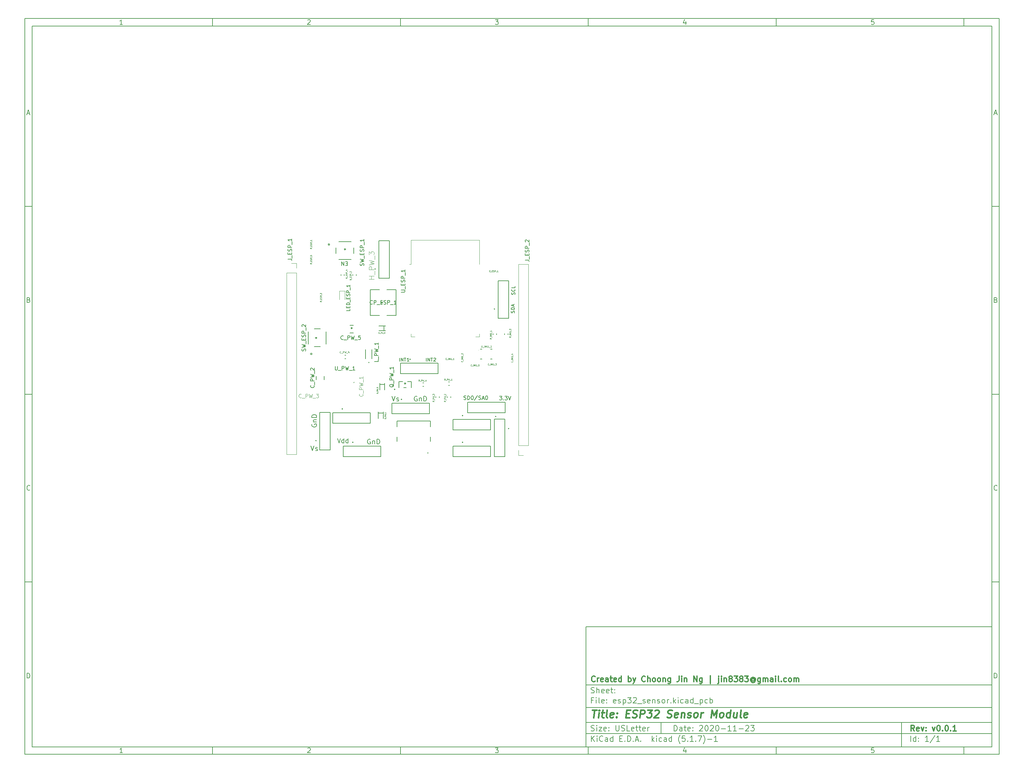
<source format=gbr>
%TF.GenerationSoftware,KiCad,Pcbnew,(5.1.7)-1*%
%TF.CreationDate,2020-11-23T11:29:42-08:00*%
%TF.ProjectId,esp32_sensor,65737033-325f-4736-956e-736f722e6b69,v0.0.1*%
%TF.SameCoordinates,Original*%
%TF.FileFunction,Legend,Top*%
%TF.FilePolarity,Positive*%
%FSLAX46Y46*%
G04 Gerber Fmt 4.6, Leading zero omitted, Abs format (unit mm)*
G04 Created by KiCad (PCBNEW (5.1.7)-1) date 2020-11-23 11:29:42*
%MOMM*%
%LPD*%
G01*
G04 APERTURE LIST*
%ADD10C,0.100000*%
%ADD11C,0.150000*%
%ADD12C,0.300000*%
%ADD13C,0.400000*%
%ADD14C,0.130000*%
%ADD15C,0.200000*%
%ADD16C,0.203200*%
%ADD17C,0.120000*%
%ADD18C,0.152400*%
%ADD19C,0.127000*%
%ADD20C,0.015000*%
G04 APERTURE END LIST*
D10*
D11*
X159400000Y-171900000D02*
X159400000Y-203900000D01*
X267400000Y-203900000D01*
X267400000Y-171900000D01*
X159400000Y-171900000D01*
D10*
D11*
X10000000Y-10000000D02*
X10000000Y-205900000D01*
X269400000Y-205900000D01*
X269400000Y-10000000D01*
X10000000Y-10000000D01*
D10*
D11*
X12000000Y-12000000D02*
X12000000Y-203900000D01*
X267400000Y-203900000D01*
X267400000Y-12000000D01*
X12000000Y-12000000D01*
D10*
D11*
X60000000Y-12000000D02*
X60000000Y-10000000D01*
D10*
D11*
X110000000Y-12000000D02*
X110000000Y-10000000D01*
D10*
D11*
X160000000Y-12000000D02*
X160000000Y-10000000D01*
D10*
D11*
X210000000Y-12000000D02*
X210000000Y-10000000D01*
D10*
D11*
X260000000Y-12000000D02*
X260000000Y-10000000D01*
D10*
D11*
X36065476Y-11588095D02*
X35322619Y-11588095D01*
X35694047Y-11588095D02*
X35694047Y-10288095D01*
X35570238Y-10473809D01*
X35446428Y-10597619D01*
X35322619Y-10659523D01*
D10*
D11*
X85322619Y-10411904D02*
X85384523Y-10350000D01*
X85508333Y-10288095D01*
X85817857Y-10288095D01*
X85941666Y-10350000D01*
X86003571Y-10411904D01*
X86065476Y-10535714D01*
X86065476Y-10659523D01*
X86003571Y-10845238D01*
X85260714Y-11588095D01*
X86065476Y-11588095D01*
D10*
D11*
X135260714Y-10288095D02*
X136065476Y-10288095D01*
X135632142Y-10783333D01*
X135817857Y-10783333D01*
X135941666Y-10845238D01*
X136003571Y-10907142D01*
X136065476Y-11030952D01*
X136065476Y-11340476D01*
X136003571Y-11464285D01*
X135941666Y-11526190D01*
X135817857Y-11588095D01*
X135446428Y-11588095D01*
X135322619Y-11526190D01*
X135260714Y-11464285D01*
D10*
D11*
X185941666Y-10721428D02*
X185941666Y-11588095D01*
X185632142Y-10226190D02*
X185322619Y-11154761D01*
X186127380Y-11154761D01*
D10*
D11*
X236003571Y-10288095D02*
X235384523Y-10288095D01*
X235322619Y-10907142D01*
X235384523Y-10845238D01*
X235508333Y-10783333D01*
X235817857Y-10783333D01*
X235941666Y-10845238D01*
X236003571Y-10907142D01*
X236065476Y-11030952D01*
X236065476Y-11340476D01*
X236003571Y-11464285D01*
X235941666Y-11526190D01*
X235817857Y-11588095D01*
X235508333Y-11588095D01*
X235384523Y-11526190D01*
X235322619Y-11464285D01*
D10*
D11*
X60000000Y-203900000D02*
X60000000Y-205900000D01*
D10*
D11*
X110000000Y-203900000D02*
X110000000Y-205900000D01*
D10*
D11*
X160000000Y-203900000D02*
X160000000Y-205900000D01*
D10*
D11*
X210000000Y-203900000D02*
X210000000Y-205900000D01*
D10*
D11*
X260000000Y-203900000D02*
X260000000Y-205900000D01*
D10*
D11*
X36065476Y-205488095D02*
X35322619Y-205488095D01*
X35694047Y-205488095D02*
X35694047Y-204188095D01*
X35570238Y-204373809D01*
X35446428Y-204497619D01*
X35322619Y-204559523D01*
D10*
D11*
X85322619Y-204311904D02*
X85384523Y-204250000D01*
X85508333Y-204188095D01*
X85817857Y-204188095D01*
X85941666Y-204250000D01*
X86003571Y-204311904D01*
X86065476Y-204435714D01*
X86065476Y-204559523D01*
X86003571Y-204745238D01*
X85260714Y-205488095D01*
X86065476Y-205488095D01*
D10*
D11*
X135260714Y-204188095D02*
X136065476Y-204188095D01*
X135632142Y-204683333D01*
X135817857Y-204683333D01*
X135941666Y-204745238D01*
X136003571Y-204807142D01*
X136065476Y-204930952D01*
X136065476Y-205240476D01*
X136003571Y-205364285D01*
X135941666Y-205426190D01*
X135817857Y-205488095D01*
X135446428Y-205488095D01*
X135322619Y-205426190D01*
X135260714Y-205364285D01*
D10*
D11*
X185941666Y-204621428D02*
X185941666Y-205488095D01*
X185632142Y-204126190D02*
X185322619Y-205054761D01*
X186127380Y-205054761D01*
D10*
D11*
X236003571Y-204188095D02*
X235384523Y-204188095D01*
X235322619Y-204807142D01*
X235384523Y-204745238D01*
X235508333Y-204683333D01*
X235817857Y-204683333D01*
X235941666Y-204745238D01*
X236003571Y-204807142D01*
X236065476Y-204930952D01*
X236065476Y-205240476D01*
X236003571Y-205364285D01*
X235941666Y-205426190D01*
X235817857Y-205488095D01*
X235508333Y-205488095D01*
X235384523Y-205426190D01*
X235322619Y-205364285D01*
D10*
D11*
X10000000Y-60000000D02*
X12000000Y-60000000D01*
D10*
D11*
X10000000Y-110000000D02*
X12000000Y-110000000D01*
D10*
D11*
X10000000Y-160000000D02*
X12000000Y-160000000D01*
D10*
D11*
X10690476Y-35216666D02*
X11309523Y-35216666D01*
X10566666Y-35588095D02*
X11000000Y-34288095D01*
X11433333Y-35588095D01*
D10*
D11*
X11092857Y-84907142D02*
X11278571Y-84969047D01*
X11340476Y-85030952D01*
X11402380Y-85154761D01*
X11402380Y-85340476D01*
X11340476Y-85464285D01*
X11278571Y-85526190D01*
X11154761Y-85588095D01*
X10659523Y-85588095D01*
X10659523Y-84288095D01*
X11092857Y-84288095D01*
X11216666Y-84350000D01*
X11278571Y-84411904D01*
X11340476Y-84535714D01*
X11340476Y-84659523D01*
X11278571Y-84783333D01*
X11216666Y-84845238D01*
X11092857Y-84907142D01*
X10659523Y-84907142D01*
D10*
D11*
X11402380Y-135464285D02*
X11340476Y-135526190D01*
X11154761Y-135588095D01*
X11030952Y-135588095D01*
X10845238Y-135526190D01*
X10721428Y-135402380D01*
X10659523Y-135278571D01*
X10597619Y-135030952D01*
X10597619Y-134845238D01*
X10659523Y-134597619D01*
X10721428Y-134473809D01*
X10845238Y-134350000D01*
X11030952Y-134288095D01*
X11154761Y-134288095D01*
X11340476Y-134350000D01*
X11402380Y-134411904D01*
D10*
D11*
X10659523Y-185588095D02*
X10659523Y-184288095D01*
X10969047Y-184288095D01*
X11154761Y-184350000D01*
X11278571Y-184473809D01*
X11340476Y-184597619D01*
X11402380Y-184845238D01*
X11402380Y-185030952D01*
X11340476Y-185278571D01*
X11278571Y-185402380D01*
X11154761Y-185526190D01*
X10969047Y-185588095D01*
X10659523Y-185588095D01*
D10*
D11*
X269400000Y-60000000D02*
X267400000Y-60000000D01*
D10*
D11*
X269400000Y-110000000D02*
X267400000Y-110000000D01*
D10*
D11*
X269400000Y-160000000D02*
X267400000Y-160000000D01*
D10*
D11*
X268090476Y-35216666D02*
X268709523Y-35216666D01*
X267966666Y-35588095D02*
X268400000Y-34288095D01*
X268833333Y-35588095D01*
D10*
D11*
X268492857Y-84907142D02*
X268678571Y-84969047D01*
X268740476Y-85030952D01*
X268802380Y-85154761D01*
X268802380Y-85340476D01*
X268740476Y-85464285D01*
X268678571Y-85526190D01*
X268554761Y-85588095D01*
X268059523Y-85588095D01*
X268059523Y-84288095D01*
X268492857Y-84288095D01*
X268616666Y-84350000D01*
X268678571Y-84411904D01*
X268740476Y-84535714D01*
X268740476Y-84659523D01*
X268678571Y-84783333D01*
X268616666Y-84845238D01*
X268492857Y-84907142D01*
X268059523Y-84907142D01*
D10*
D11*
X268802380Y-135464285D02*
X268740476Y-135526190D01*
X268554761Y-135588095D01*
X268430952Y-135588095D01*
X268245238Y-135526190D01*
X268121428Y-135402380D01*
X268059523Y-135278571D01*
X267997619Y-135030952D01*
X267997619Y-134845238D01*
X268059523Y-134597619D01*
X268121428Y-134473809D01*
X268245238Y-134350000D01*
X268430952Y-134288095D01*
X268554761Y-134288095D01*
X268740476Y-134350000D01*
X268802380Y-134411904D01*
D10*
D11*
X268059523Y-185588095D02*
X268059523Y-184288095D01*
X268369047Y-184288095D01*
X268554761Y-184350000D01*
X268678571Y-184473809D01*
X268740476Y-184597619D01*
X268802380Y-184845238D01*
X268802380Y-185030952D01*
X268740476Y-185278571D01*
X268678571Y-185402380D01*
X268554761Y-185526190D01*
X268369047Y-185588095D01*
X268059523Y-185588095D01*
D10*
D11*
X182832142Y-199678571D02*
X182832142Y-198178571D01*
X183189285Y-198178571D01*
X183403571Y-198250000D01*
X183546428Y-198392857D01*
X183617857Y-198535714D01*
X183689285Y-198821428D01*
X183689285Y-199035714D01*
X183617857Y-199321428D01*
X183546428Y-199464285D01*
X183403571Y-199607142D01*
X183189285Y-199678571D01*
X182832142Y-199678571D01*
X184975000Y-199678571D02*
X184975000Y-198892857D01*
X184903571Y-198750000D01*
X184760714Y-198678571D01*
X184475000Y-198678571D01*
X184332142Y-198750000D01*
X184975000Y-199607142D02*
X184832142Y-199678571D01*
X184475000Y-199678571D01*
X184332142Y-199607142D01*
X184260714Y-199464285D01*
X184260714Y-199321428D01*
X184332142Y-199178571D01*
X184475000Y-199107142D01*
X184832142Y-199107142D01*
X184975000Y-199035714D01*
X185475000Y-198678571D02*
X186046428Y-198678571D01*
X185689285Y-198178571D02*
X185689285Y-199464285D01*
X185760714Y-199607142D01*
X185903571Y-199678571D01*
X186046428Y-199678571D01*
X187117857Y-199607142D02*
X186975000Y-199678571D01*
X186689285Y-199678571D01*
X186546428Y-199607142D01*
X186475000Y-199464285D01*
X186475000Y-198892857D01*
X186546428Y-198750000D01*
X186689285Y-198678571D01*
X186975000Y-198678571D01*
X187117857Y-198750000D01*
X187189285Y-198892857D01*
X187189285Y-199035714D01*
X186475000Y-199178571D01*
X187832142Y-199535714D02*
X187903571Y-199607142D01*
X187832142Y-199678571D01*
X187760714Y-199607142D01*
X187832142Y-199535714D01*
X187832142Y-199678571D01*
X187832142Y-198750000D02*
X187903571Y-198821428D01*
X187832142Y-198892857D01*
X187760714Y-198821428D01*
X187832142Y-198750000D01*
X187832142Y-198892857D01*
X189617857Y-198321428D02*
X189689285Y-198250000D01*
X189832142Y-198178571D01*
X190189285Y-198178571D01*
X190332142Y-198250000D01*
X190403571Y-198321428D01*
X190475000Y-198464285D01*
X190475000Y-198607142D01*
X190403571Y-198821428D01*
X189546428Y-199678571D01*
X190475000Y-199678571D01*
X191403571Y-198178571D02*
X191546428Y-198178571D01*
X191689285Y-198250000D01*
X191760714Y-198321428D01*
X191832142Y-198464285D01*
X191903571Y-198750000D01*
X191903571Y-199107142D01*
X191832142Y-199392857D01*
X191760714Y-199535714D01*
X191689285Y-199607142D01*
X191546428Y-199678571D01*
X191403571Y-199678571D01*
X191260714Y-199607142D01*
X191189285Y-199535714D01*
X191117857Y-199392857D01*
X191046428Y-199107142D01*
X191046428Y-198750000D01*
X191117857Y-198464285D01*
X191189285Y-198321428D01*
X191260714Y-198250000D01*
X191403571Y-198178571D01*
X192475000Y-198321428D02*
X192546428Y-198250000D01*
X192689285Y-198178571D01*
X193046428Y-198178571D01*
X193189285Y-198250000D01*
X193260714Y-198321428D01*
X193332142Y-198464285D01*
X193332142Y-198607142D01*
X193260714Y-198821428D01*
X192403571Y-199678571D01*
X193332142Y-199678571D01*
X194260714Y-198178571D02*
X194403571Y-198178571D01*
X194546428Y-198250000D01*
X194617857Y-198321428D01*
X194689285Y-198464285D01*
X194760714Y-198750000D01*
X194760714Y-199107142D01*
X194689285Y-199392857D01*
X194617857Y-199535714D01*
X194546428Y-199607142D01*
X194403571Y-199678571D01*
X194260714Y-199678571D01*
X194117857Y-199607142D01*
X194046428Y-199535714D01*
X193975000Y-199392857D01*
X193903571Y-199107142D01*
X193903571Y-198750000D01*
X193975000Y-198464285D01*
X194046428Y-198321428D01*
X194117857Y-198250000D01*
X194260714Y-198178571D01*
X195403571Y-199107142D02*
X196546428Y-199107142D01*
X198046428Y-199678571D02*
X197189285Y-199678571D01*
X197617857Y-199678571D02*
X197617857Y-198178571D01*
X197475000Y-198392857D01*
X197332142Y-198535714D01*
X197189285Y-198607142D01*
X199475000Y-199678571D02*
X198617857Y-199678571D01*
X199046428Y-199678571D02*
X199046428Y-198178571D01*
X198903571Y-198392857D01*
X198760714Y-198535714D01*
X198617857Y-198607142D01*
X200117857Y-199107142D02*
X201260714Y-199107142D01*
X201903571Y-198321428D02*
X201975000Y-198250000D01*
X202117857Y-198178571D01*
X202475000Y-198178571D01*
X202617857Y-198250000D01*
X202689285Y-198321428D01*
X202760714Y-198464285D01*
X202760714Y-198607142D01*
X202689285Y-198821428D01*
X201832142Y-199678571D01*
X202760714Y-199678571D01*
X203260714Y-198178571D02*
X204189285Y-198178571D01*
X203689285Y-198750000D01*
X203903571Y-198750000D01*
X204046428Y-198821428D01*
X204117857Y-198892857D01*
X204189285Y-199035714D01*
X204189285Y-199392857D01*
X204117857Y-199535714D01*
X204046428Y-199607142D01*
X203903571Y-199678571D01*
X203475000Y-199678571D01*
X203332142Y-199607142D01*
X203260714Y-199535714D01*
D10*
D11*
X159400000Y-200400000D02*
X267400000Y-200400000D01*
D10*
D11*
X160832142Y-202478571D02*
X160832142Y-200978571D01*
X161689285Y-202478571D02*
X161046428Y-201621428D01*
X161689285Y-200978571D02*
X160832142Y-201835714D01*
X162332142Y-202478571D02*
X162332142Y-201478571D01*
X162332142Y-200978571D02*
X162260714Y-201050000D01*
X162332142Y-201121428D01*
X162403571Y-201050000D01*
X162332142Y-200978571D01*
X162332142Y-201121428D01*
X163903571Y-202335714D02*
X163832142Y-202407142D01*
X163617857Y-202478571D01*
X163475000Y-202478571D01*
X163260714Y-202407142D01*
X163117857Y-202264285D01*
X163046428Y-202121428D01*
X162975000Y-201835714D01*
X162975000Y-201621428D01*
X163046428Y-201335714D01*
X163117857Y-201192857D01*
X163260714Y-201050000D01*
X163475000Y-200978571D01*
X163617857Y-200978571D01*
X163832142Y-201050000D01*
X163903571Y-201121428D01*
X165189285Y-202478571D02*
X165189285Y-201692857D01*
X165117857Y-201550000D01*
X164975000Y-201478571D01*
X164689285Y-201478571D01*
X164546428Y-201550000D01*
X165189285Y-202407142D02*
X165046428Y-202478571D01*
X164689285Y-202478571D01*
X164546428Y-202407142D01*
X164475000Y-202264285D01*
X164475000Y-202121428D01*
X164546428Y-201978571D01*
X164689285Y-201907142D01*
X165046428Y-201907142D01*
X165189285Y-201835714D01*
X166546428Y-202478571D02*
X166546428Y-200978571D01*
X166546428Y-202407142D02*
X166403571Y-202478571D01*
X166117857Y-202478571D01*
X165975000Y-202407142D01*
X165903571Y-202335714D01*
X165832142Y-202192857D01*
X165832142Y-201764285D01*
X165903571Y-201621428D01*
X165975000Y-201550000D01*
X166117857Y-201478571D01*
X166403571Y-201478571D01*
X166546428Y-201550000D01*
X168403571Y-201692857D02*
X168903571Y-201692857D01*
X169117857Y-202478571D02*
X168403571Y-202478571D01*
X168403571Y-200978571D01*
X169117857Y-200978571D01*
X169760714Y-202335714D02*
X169832142Y-202407142D01*
X169760714Y-202478571D01*
X169689285Y-202407142D01*
X169760714Y-202335714D01*
X169760714Y-202478571D01*
X170475000Y-202478571D02*
X170475000Y-200978571D01*
X170832142Y-200978571D01*
X171046428Y-201050000D01*
X171189285Y-201192857D01*
X171260714Y-201335714D01*
X171332142Y-201621428D01*
X171332142Y-201835714D01*
X171260714Y-202121428D01*
X171189285Y-202264285D01*
X171046428Y-202407142D01*
X170832142Y-202478571D01*
X170475000Y-202478571D01*
X171975000Y-202335714D02*
X172046428Y-202407142D01*
X171975000Y-202478571D01*
X171903571Y-202407142D01*
X171975000Y-202335714D01*
X171975000Y-202478571D01*
X172617857Y-202050000D02*
X173332142Y-202050000D01*
X172475000Y-202478571D02*
X172975000Y-200978571D01*
X173475000Y-202478571D01*
X173975000Y-202335714D02*
X174046428Y-202407142D01*
X173975000Y-202478571D01*
X173903571Y-202407142D01*
X173975000Y-202335714D01*
X173975000Y-202478571D01*
X176975000Y-202478571D02*
X176975000Y-200978571D01*
X177117857Y-201907142D02*
X177546428Y-202478571D01*
X177546428Y-201478571D02*
X176975000Y-202050000D01*
X178189285Y-202478571D02*
X178189285Y-201478571D01*
X178189285Y-200978571D02*
X178117857Y-201050000D01*
X178189285Y-201121428D01*
X178260714Y-201050000D01*
X178189285Y-200978571D01*
X178189285Y-201121428D01*
X179546428Y-202407142D02*
X179403571Y-202478571D01*
X179117857Y-202478571D01*
X178975000Y-202407142D01*
X178903571Y-202335714D01*
X178832142Y-202192857D01*
X178832142Y-201764285D01*
X178903571Y-201621428D01*
X178975000Y-201550000D01*
X179117857Y-201478571D01*
X179403571Y-201478571D01*
X179546428Y-201550000D01*
X180832142Y-202478571D02*
X180832142Y-201692857D01*
X180760714Y-201550000D01*
X180617857Y-201478571D01*
X180332142Y-201478571D01*
X180189285Y-201550000D01*
X180832142Y-202407142D02*
X180689285Y-202478571D01*
X180332142Y-202478571D01*
X180189285Y-202407142D01*
X180117857Y-202264285D01*
X180117857Y-202121428D01*
X180189285Y-201978571D01*
X180332142Y-201907142D01*
X180689285Y-201907142D01*
X180832142Y-201835714D01*
X182189285Y-202478571D02*
X182189285Y-200978571D01*
X182189285Y-202407142D02*
X182046428Y-202478571D01*
X181760714Y-202478571D01*
X181617857Y-202407142D01*
X181546428Y-202335714D01*
X181475000Y-202192857D01*
X181475000Y-201764285D01*
X181546428Y-201621428D01*
X181617857Y-201550000D01*
X181760714Y-201478571D01*
X182046428Y-201478571D01*
X182189285Y-201550000D01*
X184475000Y-203050000D02*
X184403571Y-202978571D01*
X184260714Y-202764285D01*
X184189285Y-202621428D01*
X184117857Y-202407142D01*
X184046428Y-202050000D01*
X184046428Y-201764285D01*
X184117857Y-201407142D01*
X184189285Y-201192857D01*
X184260714Y-201050000D01*
X184403571Y-200835714D01*
X184475000Y-200764285D01*
X185760714Y-200978571D02*
X185046428Y-200978571D01*
X184975000Y-201692857D01*
X185046428Y-201621428D01*
X185189285Y-201550000D01*
X185546428Y-201550000D01*
X185689285Y-201621428D01*
X185760714Y-201692857D01*
X185832142Y-201835714D01*
X185832142Y-202192857D01*
X185760714Y-202335714D01*
X185689285Y-202407142D01*
X185546428Y-202478571D01*
X185189285Y-202478571D01*
X185046428Y-202407142D01*
X184975000Y-202335714D01*
X186475000Y-202335714D02*
X186546428Y-202407142D01*
X186475000Y-202478571D01*
X186403571Y-202407142D01*
X186475000Y-202335714D01*
X186475000Y-202478571D01*
X187975000Y-202478571D02*
X187117857Y-202478571D01*
X187546428Y-202478571D02*
X187546428Y-200978571D01*
X187403571Y-201192857D01*
X187260714Y-201335714D01*
X187117857Y-201407142D01*
X188617857Y-202335714D02*
X188689285Y-202407142D01*
X188617857Y-202478571D01*
X188546428Y-202407142D01*
X188617857Y-202335714D01*
X188617857Y-202478571D01*
X189189285Y-200978571D02*
X190189285Y-200978571D01*
X189546428Y-202478571D01*
X190617857Y-203050000D02*
X190689285Y-202978571D01*
X190832142Y-202764285D01*
X190903571Y-202621428D01*
X190975000Y-202407142D01*
X191046428Y-202050000D01*
X191046428Y-201764285D01*
X190975000Y-201407142D01*
X190903571Y-201192857D01*
X190832142Y-201050000D01*
X190689285Y-200835714D01*
X190617857Y-200764285D01*
X191760714Y-201907142D02*
X192903571Y-201907142D01*
X194403571Y-202478571D02*
X193546428Y-202478571D01*
X193975000Y-202478571D02*
X193975000Y-200978571D01*
X193832142Y-201192857D01*
X193689285Y-201335714D01*
X193546428Y-201407142D01*
D10*
D11*
X159400000Y-197400000D02*
X267400000Y-197400000D01*
D10*
D12*
X246809285Y-199678571D02*
X246309285Y-198964285D01*
X245952142Y-199678571D02*
X245952142Y-198178571D01*
X246523571Y-198178571D01*
X246666428Y-198250000D01*
X246737857Y-198321428D01*
X246809285Y-198464285D01*
X246809285Y-198678571D01*
X246737857Y-198821428D01*
X246666428Y-198892857D01*
X246523571Y-198964285D01*
X245952142Y-198964285D01*
X248023571Y-199607142D02*
X247880714Y-199678571D01*
X247595000Y-199678571D01*
X247452142Y-199607142D01*
X247380714Y-199464285D01*
X247380714Y-198892857D01*
X247452142Y-198750000D01*
X247595000Y-198678571D01*
X247880714Y-198678571D01*
X248023571Y-198750000D01*
X248095000Y-198892857D01*
X248095000Y-199035714D01*
X247380714Y-199178571D01*
X248595000Y-198678571D02*
X248952142Y-199678571D01*
X249309285Y-198678571D01*
X249880714Y-199535714D02*
X249952142Y-199607142D01*
X249880714Y-199678571D01*
X249809285Y-199607142D01*
X249880714Y-199535714D01*
X249880714Y-199678571D01*
X249880714Y-198750000D02*
X249952142Y-198821428D01*
X249880714Y-198892857D01*
X249809285Y-198821428D01*
X249880714Y-198750000D01*
X249880714Y-198892857D01*
X251595000Y-198678571D02*
X251952142Y-199678571D01*
X252309285Y-198678571D01*
X253166428Y-198178571D02*
X253309285Y-198178571D01*
X253452142Y-198250000D01*
X253523571Y-198321428D01*
X253595000Y-198464285D01*
X253666428Y-198750000D01*
X253666428Y-199107142D01*
X253595000Y-199392857D01*
X253523571Y-199535714D01*
X253452142Y-199607142D01*
X253309285Y-199678571D01*
X253166428Y-199678571D01*
X253023571Y-199607142D01*
X252952142Y-199535714D01*
X252880714Y-199392857D01*
X252809285Y-199107142D01*
X252809285Y-198750000D01*
X252880714Y-198464285D01*
X252952142Y-198321428D01*
X253023571Y-198250000D01*
X253166428Y-198178571D01*
X254309285Y-199535714D02*
X254380714Y-199607142D01*
X254309285Y-199678571D01*
X254237857Y-199607142D01*
X254309285Y-199535714D01*
X254309285Y-199678571D01*
X255309285Y-198178571D02*
X255452142Y-198178571D01*
X255595000Y-198250000D01*
X255666428Y-198321428D01*
X255737857Y-198464285D01*
X255809285Y-198750000D01*
X255809285Y-199107142D01*
X255737857Y-199392857D01*
X255666428Y-199535714D01*
X255595000Y-199607142D01*
X255452142Y-199678571D01*
X255309285Y-199678571D01*
X255166428Y-199607142D01*
X255095000Y-199535714D01*
X255023571Y-199392857D01*
X254952142Y-199107142D01*
X254952142Y-198750000D01*
X255023571Y-198464285D01*
X255095000Y-198321428D01*
X255166428Y-198250000D01*
X255309285Y-198178571D01*
X256452142Y-199535714D02*
X256523571Y-199607142D01*
X256452142Y-199678571D01*
X256380714Y-199607142D01*
X256452142Y-199535714D01*
X256452142Y-199678571D01*
X257952142Y-199678571D02*
X257095000Y-199678571D01*
X257523571Y-199678571D02*
X257523571Y-198178571D01*
X257380714Y-198392857D01*
X257237857Y-198535714D01*
X257095000Y-198607142D01*
D10*
D11*
X160760714Y-199607142D02*
X160975000Y-199678571D01*
X161332142Y-199678571D01*
X161475000Y-199607142D01*
X161546428Y-199535714D01*
X161617857Y-199392857D01*
X161617857Y-199250000D01*
X161546428Y-199107142D01*
X161475000Y-199035714D01*
X161332142Y-198964285D01*
X161046428Y-198892857D01*
X160903571Y-198821428D01*
X160832142Y-198750000D01*
X160760714Y-198607142D01*
X160760714Y-198464285D01*
X160832142Y-198321428D01*
X160903571Y-198250000D01*
X161046428Y-198178571D01*
X161403571Y-198178571D01*
X161617857Y-198250000D01*
X162260714Y-199678571D02*
X162260714Y-198678571D01*
X162260714Y-198178571D02*
X162189285Y-198250000D01*
X162260714Y-198321428D01*
X162332142Y-198250000D01*
X162260714Y-198178571D01*
X162260714Y-198321428D01*
X162832142Y-198678571D02*
X163617857Y-198678571D01*
X162832142Y-199678571D01*
X163617857Y-199678571D01*
X164760714Y-199607142D02*
X164617857Y-199678571D01*
X164332142Y-199678571D01*
X164189285Y-199607142D01*
X164117857Y-199464285D01*
X164117857Y-198892857D01*
X164189285Y-198750000D01*
X164332142Y-198678571D01*
X164617857Y-198678571D01*
X164760714Y-198750000D01*
X164832142Y-198892857D01*
X164832142Y-199035714D01*
X164117857Y-199178571D01*
X165475000Y-199535714D02*
X165546428Y-199607142D01*
X165475000Y-199678571D01*
X165403571Y-199607142D01*
X165475000Y-199535714D01*
X165475000Y-199678571D01*
X165475000Y-198750000D02*
X165546428Y-198821428D01*
X165475000Y-198892857D01*
X165403571Y-198821428D01*
X165475000Y-198750000D01*
X165475000Y-198892857D01*
X167332142Y-198178571D02*
X167332142Y-199392857D01*
X167403571Y-199535714D01*
X167475000Y-199607142D01*
X167617857Y-199678571D01*
X167903571Y-199678571D01*
X168046428Y-199607142D01*
X168117857Y-199535714D01*
X168189285Y-199392857D01*
X168189285Y-198178571D01*
X168832142Y-199607142D02*
X169046428Y-199678571D01*
X169403571Y-199678571D01*
X169546428Y-199607142D01*
X169617857Y-199535714D01*
X169689285Y-199392857D01*
X169689285Y-199250000D01*
X169617857Y-199107142D01*
X169546428Y-199035714D01*
X169403571Y-198964285D01*
X169117857Y-198892857D01*
X168975000Y-198821428D01*
X168903571Y-198750000D01*
X168832142Y-198607142D01*
X168832142Y-198464285D01*
X168903571Y-198321428D01*
X168975000Y-198250000D01*
X169117857Y-198178571D01*
X169475000Y-198178571D01*
X169689285Y-198250000D01*
X171046428Y-199678571D02*
X170332142Y-199678571D01*
X170332142Y-198178571D01*
X172117857Y-199607142D02*
X171975000Y-199678571D01*
X171689285Y-199678571D01*
X171546428Y-199607142D01*
X171475000Y-199464285D01*
X171475000Y-198892857D01*
X171546428Y-198750000D01*
X171689285Y-198678571D01*
X171975000Y-198678571D01*
X172117857Y-198750000D01*
X172189285Y-198892857D01*
X172189285Y-199035714D01*
X171475000Y-199178571D01*
X172617857Y-198678571D02*
X173189285Y-198678571D01*
X172832142Y-198178571D02*
X172832142Y-199464285D01*
X172903571Y-199607142D01*
X173046428Y-199678571D01*
X173189285Y-199678571D01*
X173475000Y-198678571D02*
X174046428Y-198678571D01*
X173689285Y-198178571D02*
X173689285Y-199464285D01*
X173760714Y-199607142D01*
X173903571Y-199678571D01*
X174046428Y-199678571D01*
X175117857Y-199607142D02*
X174975000Y-199678571D01*
X174689285Y-199678571D01*
X174546428Y-199607142D01*
X174475000Y-199464285D01*
X174475000Y-198892857D01*
X174546428Y-198750000D01*
X174689285Y-198678571D01*
X174975000Y-198678571D01*
X175117857Y-198750000D01*
X175189285Y-198892857D01*
X175189285Y-199035714D01*
X174475000Y-199178571D01*
X175832142Y-199678571D02*
X175832142Y-198678571D01*
X175832142Y-198964285D02*
X175903571Y-198821428D01*
X175975000Y-198750000D01*
X176117857Y-198678571D01*
X176260714Y-198678571D01*
D10*
D11*
X245832142Y-202478571D02*
X245832142Y-200978571D01*
X247189285Y-202478571D02*
X247189285Y-200978571D01*
X247189285Y-202407142D02*
X247046428Y-202478571D01*
X246760714Y-202478571D01*
X246617857Y-202407142D01*
X246546428Y-202335714D01*
X246475000Y-202192857D01*
X246475000Y-201764285D01*
X246546428Y-201621428D01*
X246617857Y-201550000D01*
X246760714Y-201478571D01*
X247046428Y-201478571D01*
X247189285Y-201550000D01*
X247903571Y-202335714D02*
X247975000Y-202407142D01*
X247903571Y-202478571D01*
X247832142Y-202407142D01*
X247903571Y-202335714D01*
X247903571Y-202478571D01*
X247903571Y-201550000D02*
X247975000Y-201621428D01*
X247903571Y-201692857D01*
X247832142Y-201621428D01*
X247903571Y-201550000D01*
X247903571Y-201692857D01*
X250546428Y-202478571D02*
X249689285Y-202478571D01*
X250117857Y-202478571D02*
X250117857Y-200978571D01*
X249975000Y-201192857D01*
X249832142Y-201335714D01*
X249689285Y-201407142D01*
X252260714Y-200907142D02*
X250975000Y-202835714D01*
X253546428Y-202478571D02*
X252689285Y-202478571D01*
X253117857Y-202478571D02*
X253117857Y-200978571D01*
X252975000Y-201192857D01*
X252832142Y-201335714D01*
X252689285Y-201407142D01*
D10*
D11*
X159400000Y-193400000D02*
X267400000Y-193400000D01*
D10*
D13*
X161112380Y-194104761D02*
X162255238Y-194104761D01*
X161433809Y-196104761D02*
X161683809Y-194104761D01*
X162671904Y-196104761D02*
X162838571Y-194771428D01*
X162921904Y-194104761D02*
X162814761Y-194200000D01*
X162898095Y-194295238D01*
X163005238Y-194200000D01*
X162921904Y-194104761D01*
X162898095Y-194295238D01*
X163505238Y-194771428D02*
X164267142Y-194771428D01*
X163874285Y-194104761D02*
X163660000Y-195819047D01*
X163731428Y-196009523D01*
X163910000Y-196104761D01*
X164100476Y-196104761D01*
X165052857Y-196104761D02*
X164874285Y-196009523D01*
X164802857Y-195819047D01*
X165017142Y-194104761D01*
X166588571Y-196009523D02*
X166386190Y-196104761D01*
X166005238Y-196104761D01*
X165826666Y-196009523D01*
X165755238Y-195819047D01*
X165850476Y-195057142D01*
X165969523Y-194866666D01*
X166171904Y-194771428D01*
X166552857Y-194771428D01*
X166731428Y-194866666D01*
X166802857Y-195057142D01*
X166779047Y-195247619D01*
X165802857Y-195438095D01*
X167552857Y-195914285D02*
X167636190Y-196009523D01*
X167529047Y-196104761D01*
X167445714Y-196009523D01*
X167552857Y-195914285D01*
X167529047Y-196104761D01*
X167683809Y-194866666D02*
X167767142Y-194961904D01*
X167660000Y-195057142D01*
X167576666Y-194961904D01*
X167683809Y-194866666D01*
X167660000Y-195057142D01*
X170136190Y-195057142D02*
X170802857Y-195057142D01*
X170957619Y-196104761D02*
X170005238Y-196104761D01*
X170255238Y-194104761D01*
X171207619Y-194104761D01*
X171731428Y-196009523D02*
X172005238Y-196104761D01*
X172481428Y-196104761D01*
X172683809Y-196009523D01*
X172790952Y-195914285D01*
X172910000Y-195723809D01*
X172933809Y-195533333D01*
X172862380Y-195342857D01*
X172779047Y-195247619D01*
X172600476Y-195152380D01*
X172231428Y-195057142D01*
X172052857Y-194961904D01*
X171969523Y-194866666D01*
X171898095Y-194676190D01*
X171921904Y-194485714D01*
X172040952Y-194295238D01*
X172148095Y-194200000D01*
X172350476Y-194104761D01*
X172826666Y-194104761D01*
X173100476Y-194200000D01*
X173719523Y-196104761D02*
X173969523Y-194104761D01*
X174731428Y-194104761D01*
X174910000Y-194200000D01*
X174993333Y-194295238D01*
X175064761Y-194485714D01*
X175029047Y-194771428D01*
X174910000Y-194961904D01*
X174802857Y-195057142D01*
X174600476Y-195152380D01*
X173838571Y-195152380D01*
X175779047Y-194104761D02*
X177017142Y-194104761D01*
X176255238Y-194866666D01*
X176540952Y-194866666D01*
X176719523Y-194961904D01*
X176802857Y-195057142D01*
X176874285Y-195247619D01*
X176814761Y-195723809D01*
X176695714Y-195914285D01*
X176588571Y-196009523D01*
X176386190Y-196104761D01*
X175814761Y-196104761D01*
X175636190Y-196009523D01*
X175552857Y-195914285D01*
X177755238Y-194295238D02*
X177862380Y-194200000D01*
X178064761Y-194104761D01*
X178540952Y-194104761D01*
X178719523Y-194200000D01*
X178802857Y-194295238D01*
X178874285Y-194485714D01*
X178850476Y-194676190D01*
X178719523Y-194961904D01*
X177433809Y-196104761D01*
X178671904Y-196104761D01*
X180969523Y-196009523D02*
X181243333Y-196104761D01*
X181719523Y-196104761D01*
X181921904Y-196009523D01*
X182029047Y-195914285D01*
X182148095Y-195723809D01*
X182171904Y-195533333D01*
X182100476Y-195342857D01*
X182017142Y-195247619D01*
X181838571Y-195152380D01*
X181469523Y-195057142D01*
X181290952Y-194961904D01*
X181207619Y-194866666D01*
X181136190Y-194676190D01*
X181160000Y-194485714D01*
X181279047Y-194295238D01*
X181386190Y-194200000D01*
X181588571Y-194104761D01*
X182064761Y-194104761D01*
X182338571Y-194200000D01*
X183731428Y-196009523D02*
X183529047Y-196104761D01*
X183148095Y-196104761D01*
X182969523Y-196009523D01*
X182898095Y-195819047D01*
X182993333Y-195057142D01*
X183112380Y-194866666D01*
X183314761Y-194771428D01*
X183695714Y-194771428D01*
X183874285Y-194866666D01*
X183945714Y-195057142D01*
X183921904Y-195247619D01*
X182945714Y-195438095D01*
X184838571Y-194771428D02*
X184671904Y-196104761D01*
X184814761Y-194961904D02*
X184921904Y-194866666D01*
X185124285Y-194771428D01*
X185410000Y-194771428D01*
X185588571Y-194866666D01*
X185660000Y-195057142D01*
X185529047Y-196104761D01*
X186398095Y-196009523D02*
X186576666Y-196104761D01*
X186957619Y-196104761D01*
X187160000Y-196009523D01*
X187279047Y-195819047D01*
X187290952Y-195723809D01*
X187219523Y-195533333D01*
X187040952Y-195438095D01*
X186755238Y-195438095D01*
X186576666Y-195342857D01*
X186505238Y-195152380D01*
X186517142Y-195057142D01*
X186636190Y-194866666D01*
X186838571Y-194771428D01*
X187124285Y-194771428D01*
X187302857Y-194866666D01*
X188386190Y-196104761D02*
X188207619Y-196009523D01*
X188124285Y-195914285D01*
X188052857Y-195723809D01*
X188124285Y-195152380D01*
X188243333Y-194961904D01*
X188350476Y-194866666D01*
X188552857Y-194771428D01*
X188838571Y-194771428D01*
X189017142Y-194866666D01*
X189100476Y-194961904D01*
X189171904Y-195152380D01*
X189100476Y-195723809D01*
X188981428Y-195914285D01*
X188874285Y-196009523D01*
X188671904Y-196104761D01*
X188386190Y-196104761D01*
X189910000Y-196104761D02*
X190076666Y-194771428D01*
X190029047Y-195152380D02*
X190148095Y-194961904D01*
X190255238Y-194866666D01*
X190457619Y-194771428D01*
X190648095Y-194771428D01*
X192671904Y-196104761D02*
X192921904Y-194104761D01*
X193410000Y-195533333D01*
X194255238Y-194104761D01*
X194005238Y-196104761D01*
X195243333Y-196104761D02*
X195064761Y-196009523D01*
X194981428Y-195914285D01*
X194910000Y-195723809D01*
X194981428Y-195152380D01*
X195100476Y-194961904D01*
X195207619Y-194866666D01*
X195410000Y-194771428D01*
X195695714Y-194771428D01*
X195874285Y-194866666D01*
X195957619Y-194961904D01*
X196029047Y-195152380D01*
X195957619Y-195723809D01*
X195838571Y-195914285D01*
X195731428Y-196009523D01*
X195529047Y-196104761D01*
X195243333Y-196104761D01*
X197624285Y-196104761D02*
X197874285Y-194104761D01*
X197636190Y-196009523D02*
X197433809Y-196104761D01*
X197052857Y-196104761D01*
X196874285Y-196009523D01*
X196790952Y-195914285D01*
X196719523Y-195723809D01*
X196790952Y-195152380D01*
X196910000Y-194961904D01*
X197017142Y-194866666D01*
X197219523Y-194771428D01*
X197600476Y-194771428D01*
X197779047Y-194866666D01*
X199600476Y-194771428D02*
X199433809Y-196104761D01*
X198743333Y-194771428D02*
X198612380Y-195819047D01*
X198683809Y-196009523D01*
X198862380Y-196104761D01*
X199148095Y-196104761D01*
X199350476Y-196009523D01*
X199457619Y-195914285D01*
X200671904Y-196104761D02*
X200493333Y-196009523D01*
X200421904Y-195819047D01*
X200636190Y-194104761D01*
X202207619Y-196009523D02*
X202005238Y-196104761D01*
X201624285Y-196104761D01*
X201445714Y-196009523D01*
X201374285Y-195819047D01*
X201469523Y-195057142D01*
X201588571Y-194866666D01*
X201790952Y-194771428D01*
X202171904Y-194771428D01*
X202350476Y-194866666D01*
X202421904Y-195057142D01*
X202398095Y-195247619D01*
X201421904Y-195438095D01*
D10*
D11*
X161332142Y-191492857D02*
X160832142Y-191492857D01*
X160832142Y-192278571D02*
X160832142Y-190778571D01*
X161546428Y-190778571D01*
X162117857Y-192278571D02*
X162117857Y-191278571D01*
X162117857Y-190778571D02*
X162046428Y-190850000D01*
X162117857Y-190921428D01*
X162189285Y-190850000D01*
X162117857Y-190778571D01*
X162117857Y-190921428D01*
X163046428Y-192278571D02*
X162903571Y-192207142D01*
X162832142Y-192064285D01*
X162832142Y-190778571D01*
X164189285Y-192207142D02*
X164046428Y-192278571D01*
X163760714Y-192278571D01*
X163617857Y-192207142D01*
X163546428Y-192064285D01*
X163546428Y-191492857D01*
X163617857Y-191350000D01*
X163760714Y-191278571D01*
X164046428Y-191278571D01*
X164189285Y-191350000D01*
X164260714Y-191492857D01*
X164260714Y-191635714D01*
X163546428Y-191778571D01*
X164903571Y-192135714D02*
X164975000Y-192207142D01*
X164903571Y-192278571D01*
X164832142Y-192207142D01*
X164903571Y-192135714D01*
X164903571Y-192278571D01*
X164903571Y-191350000D02*
X164975000Y-191421428D01*
X164903571Y-191492857D01*
X164832142Y-191421428D01*
X164903571Y-191350000D01*
X164903571Y-191492857D01*
X167332142Y-192207142D02*
X167189285Y-192278571D01*
X166903571Y-192278571D01*
X166760714Y-192207142D01*
X166689285Y-192064285D01*
X166689285Y-191492857D01*
X166760714Y-191350000D01*
X166903571Y-191278571D01*
X167189285Y-191278571D01*
X167332142Y-191350000D01*
X167403571Y-191492857D01*
X167403571Y-191635714D01*
X166689285Y-191778571D01*
X167975000Y-192207142D02*
X168117857Y-192278571D01*
X168403571Y-192278571D01*
X168546428Y-192207142D01*
X168617857Y-192064285D01*
X168617857Y-191992857D01*
X168546428Y-191850000D01*
X168403571Y-191778571D01*
X168189285Y-191778571D01*
X168046428Y-191707142D01*
X167975000Y-191564285D01*
X167975000Y-191492857D01*
X168046428Y-191350000D01*
X168189285Y-191278571D01*
X168403571Y-191278571D01*
X168546428Y-191350000D01*
X169260714Y-191278571D02*
X169260714Y-192778571D01*
X169260714Y-191350000D02*
X169403571Y-191278571D01*
X169689285Y-191278571D01*
X169832142Y-191350000D01*
X169903571Y-191421428D01*
X169975000Y-191564285D01*
X169975000Y-191992857D01*
X169903571Y-192135714D01*
X169832142Y-192207142D01*
X169689285Y-192278571D01*
X169403571Y-192278571D01*
X169260714Y-192207142D01*
X170475000Y-190778571D02*
X171403571Y-190778571D01*
X170903571Y-191350000D01*
X171117857Y-191350000D01*
X171260714Y-191421428D01*
X171332142Y-191492857D01*
X171403571Y-191635714D01*
X171403571Y-191992857D01*
X171332142Y-192135714D01*
X171260714Y-192207142D01*
X171117857Y-192278571D01*
X170689285Y-192278571D01*
X170546428Y-192207142D01*
X170475000Y-192135714D01*
X171975000Y-190921428D02*
X172046428Y-190850000D01*
X172189285Y-190778571D01*
X172546428Y-190778571D01*
X172689285Y-190850000D01*
X172760714Y-190921428D01*
X172832142Y-191064285D01*
X172832142Y-191207142D01*
X172760714Y-191421428D01*
X171903571Y-192278571D01*
X172832142Y-192278571D01*
X173117857Y-192421428D02*
X174260714Y-192421428D01*
X174546428Y-192207142D02*
X174689285Y-192278571D01*
X174975000Y-192278571D01*
X175117857Y-192207142D01*
X175189285Y-192064285D01*
X175189285Y-191992857D01*
X175117857Y-191850000D01*
X174975000Y-191778571D01*
X174760714Y-191778571D01*
X174617857Y-191707142D01*
X174546428Y-191564285D01*
X174546428Y-191492857D01*
X174617857Y-191350000D01*
X174760714Y-191278571D01*
X174975000Y-191278571D01*
X175117857Y-191350000D01*
X176403571Y-192207142D02*
X176260714Y-192278571D01*
X175975000Y-192278571D01*
X175832142Y-192207142D01*
X175760714Y-192064285D01*
X175760714Y-191492857D01*
X175832142Y-191350000D01*
X175975000Y-191278571D01*
X176260714Y-191278571D01*
X176403571Y-191350000D01*
X176475000Y-191492857D01*
X176475000Y-191635714D01*
X175760714Y-191778571D01*
X177117857Y-191278571D02*
X177117857Y-192278571D01*
X177117857Y-191421428D02*
X177189285Y-191350000D01*
X177332142Y-191278571D01*
X177546428Y-191278571D01*
X177689285Y-191350000D01*
X177760714Y-191492857D01*
X177760714Y-192278571D01*
X178403571Y-192207142D02*
X178546428Y-192278571D01*
X178832142Y-192278571D01*
X178975000Y-192207142D01*
X179046428Y-192064285D01*
X179046428Y-191992857D01*
X178975000Y-191850000D01*
X178832142Y-191778571D01*
X178617857Y-191778571D01*
X178475000Y-191707142D01*
X178403571Y-191564285D01*
X178403571Y-191492857D01*
X178475000Y-191350000D01*
X178617857Y-191278571D01*
X178832142Y-191278571D01*
X178975000Y-191350000D01*
X179903571Y-192278571D02*
X179760714Y-192207142D01*
X179689285Y-192135714D01*
X179617857Y-191992857D01*
X179617857Y-191564285D01*
X179689285Y-191421428D01*
X179760714Y-191350000D01*
X179903571Y-191278571D01*
X180117857Y-191278571D01*
X180260714Y-191350000D01*
X180332142Y-191421428D01*
X180403571Y-191564285D01*
X180403571Y-191992857D01*
X180332142Y-192135714D01*
X180260714Y-192207142D01*
X180117857Y-192278571D01*
X179903571Y-192278571D01*
X181046428Y-192278571D02*
X181046428Y-191278571D01*
X181046428Y-191564285D02*
X181117857Y-191421428D01*
X181189285Y-191350000D01*
X181332142Y-191278571D01*
X181475000Y-191278571D01*
X181975000Y-192135714D02*
X182046428Y-192207142D01*
X181975000Y-192278571D01*
X181903571Y-192207142D01*
X181975000Y-192135714D01*
X181975000Y-192278571D01*
X182689285Y-192278571D02*
X182689285Y-190778571D01*
X182832142Y-191707142D02*
X183260714Y-192278571D01*
X183260714Y-191278571D02*
X182689285Y-191850000D01*
X183903571Y-192278571D02*
X183903571Y-191278571D01*
X183903571Y-190778571D02*
X183832142Y-190850000D01*
X183903571Y-190921428D01*
X183975000Y-190850000D01*
X183903571Y-190778571D01*
X183903571Y-190921428D01*
X185260714Y-192207142D02*
X185117857Y-192278571D01*
X184832142Y-192278571D01*
X184689285Y-192207142D01*
X184617857Y-192135714D01*
X184546428Y-191992857D01*
X184546428Y-191564285D01*
X184617857Y-191421428D01*
X184689285Y-191350000D01*
X184832142Y-191278571D01*
X185117857Y-191278571D01*
X185260714Y-191350000D01*
X186546428Y-192278571D02*
X186546428Y-191492857D01*
X186475000Y-191350000D01*
X186332142Y-191278571D01*
X186046428Y-191278571D01*
X185903571Y-191350000D01*
X186546428Y-192207142D02*
X186403571Y-192278571D01*
X186046428Y-192278571D01*
X185903571Y-192207142D01*
X185832142Y-192064285D01*
X185832142Y-191921428D01*
X185903571Y-191778571D01*
X186046428Y-191707142D01*
X186403571Y-191707142D01*
X186546428Y-191635714D01*
X187903571Y-192278571D02*
X187903571Y-190778571D01*
X187903571Y-192207142D02*
X187760714Y-192278571D01*
X187475000Y-192278571D01*
X187332142Y-192207142D01*
X187260714Y-192135714D01*
X187189285Y-191992857D01*
X187189285Y-191564285D01*
X187260714Y-191421428D01*
X187332142Y-191350000D01*
X187475000Y-191278571D01*
X187760714Y-191278571D01*
X187903571Y-191350000D01*
X188260714Y-192421428D02*
X189403571Y-192421428D01*
X189760714Y-191278571D02*
X189760714Y-192778571D01*
X189760714Y-191350000D02*
X189903571Y-191278571D01*
X190189285Y-191278571D01*
X190332142Y-191350000D01*
X190403571Y-191421428D01*
X190475000Y-191564285D01*
X190475000Y-191992857D01*
X190403571Y-192135714D01*
X190332142Y-192207142D01*
X190189285Y-192278571D01*
X189903571Y-192278571D01*
X189760714Y-192207142D01*
X191760714Y-192207142D02*
X191617857Y-192278571D01*
X191332142Y-192278571D01*
X191189285Y-192207142D01*
X191117857Y-192135714D01*
X191046428Y-191992857D01*
X191046428Y-191564285D01*
X191117857Y-191421428D01*
X191189285Y-191350000D01*
X191332142Y-191278571D01*
X191617857Y-191278571D01*
X191760714Y-191350000D01*
X192403571Y-192278571D02*
X192403571Y-190778571D01*
X192403571Y-191350000D02*
X192546428Y-191278571D01*
X192832142Y-191278571D01*
X192975000Y-191350000D01*
X193046428Y-191421428D01*
X193117857Y-191564285D01*
X193117857Y-191992857D01*
X193046428Y-192135714D01*
X192975000Y-192207142D01*
X192832142Y-192278571D01*
X192546428Y-192278571D01*
X192403571Y-192207142D01*
D10*
D11*
X159400000Y-187400000D02*
X267400000Y-187400000D01*
D10*
D11*
X160760714Y-189507142D02*
X160975000Y-189578571D01*
X161332142Y-189578571D01*
X161475000Y-189507142D01*
X161546428Y-189435714D01*
X161617857Y-189292857D01*
X161617857Y-189150000D01*
X161546428Y-189007142D01*
X161475000Y-188935714D01*
X161332142Y-188864285D01*
X161046428Y-188792857D01*
X160903571Y-188721428D01*
X160832142Y-188650000D01*
X160760714Y-188507142D01*
X160760714Y-188364285D01*
X160832142Y-188221428D01*
X160903571Y-188150000D01*
X161046428Y-188078571D01*
X161403571Y-188078571D01*
X161617857Y-188150000D01*
X162260714Y-189578571D02*
X162260714Y-188078571D01*
X162903571Y-189578571D02*
X162903571Y-188792857D01*
X162832142Y-188650000D01*
X162689285Y-188578571D01*
X162475000Y-188578571D01*
X162332142Y-188650000D01*
X162260714Y-188721428D01*
X164189285Y-189507142D02*
X164046428Y-189578571D01*
X163760714Y-189578571D01*
X163617857Y-189507142D01*
X163546428Y-189364285D01*
X163546428Y-188792857D01*
X163617857Y-188650000D01*
X163760714Y-188578571D01*
X164046428Y-188578571D01*
X164189285Y-188650000D01*
X164260714Y-188792857D01*
X164260714Y-188935714D01*
X163546428Y-189078571D01*
X165475000Y-189507142D02*
X165332142Y-189578571D01*
X165046428Y-189578571D01*
X164903571Y-189507142D01*
X164832142Y-189364285D01*
X164832142Y-188792857D01*
X164903571Y-188650000D01*
X165046428Y-188578571D01*
X165332142Y-188578571D01*
X165475000Y-188650000D01*
X165546428Y-188792857D01*
X165546428Y-188935714D01*
X164832142Y-189078571D01*
X165975000Y-188578571D02*
X166546428Y-188578571D01*
X166189285Y-188078571D02*
X166189285Y-189364285D01*
X166260714Y-189507142D01*
X166403571Y-189578571D01*
X166546428Y-189578571D01*
X167046428Y-189435714D02*
X167117857Y-189507142D01*
X167046428Y-189578571D01*
X166975000Y-189507142D01*
X167046428Y-189435714D01*
X167046428Y-189578571D01*
X167046428Y-188650000D02*
X167117857Y-188721428D01*
X167046428Y-188792857D01*
X166975000Y-188721428D01*
X167046428Y-188650000D01*
X167046428Y-188792857D01*
D10*
D12*
X161809285Y-186435714D02*
X161737857Y-186507142D01*
X161523571Y-186578571D01*
X161380714Y-186578571D01*
X161166428Y-186507142D01*
X161023571Y-186364285D01*
X160952142Y-186221428D01*
X160880714Y-185935714D01*
X160880714Y-185721428D01*
X160952142Y-185435714D01*
X161023571Y-185292857D01*
X161166428Y-185150000D01*
X161380714Y-185078571D01*
X161523571Y-185078571D01*
X161737857Y-185150000D01*
X161809285Y-185221428D01*
X162452142Y-186578571D02*
X162452142Y-185578571D01*
X162452142Y-185864285D02*
X162523571Y-185721428D01*
X162595000Y-185650000D01*
X162737857Y-185578571D01*
X162880714Y-185578571D01*
X163952142Y-186507142D02*
X163809285Y-186578571D01*
X163523571Y-186578571D01*
X163380714Y-186507142D01*
X163309285Y-186364285D01*
X163309285Y-185792857D01*
X163380714Y-185650000D01*
X163523571Y-185578571D01*
X163809285Y-185578571D01*
X163952142Y-185650000D01*
X164023571Y-185792857D01*
X164023571Y-185935714D01*
X163309285Y-186078571D01*
X165309285Y-186578571D02*
X165309285Y-185792857D01*
X165237857Y-185650000D01*
X165095000Y-185578571D01*
X164809285Y-185578571D01*
X164666428Y-185650000D01*
X165309285Y-186507142D02*
X165166428Y-186578571D01*
X164809285Y-186578571D01*
X164666428Y-186507142D01*
X164595000Y-186364285D01*
X164595000Y-186221428D01*
X164666428Y-186078571D01*
X164809285Y-186007142D01*
X165166428Y-186007142D01*
X165309285Y-185935714D01*
X165809285Y-185578571D02*
X166380714Y-185578571D01*
X166023571Y-185078571D02*
X166023571Y-186364285D01*
X166095000Y-186507142D01*
X166237857Y-186578571D01*
X166380714Y-186578571D01*
X167452142Y-186507142D02*
X167309285Y-186578571D01*
X167023571Y-186578571D01*
X166880714Y-186507142D01*
X166809285Y-186364285D01*
X166809285Y-185792857D01*
X166880714Y-185650000D01*
X167023571Y-185578571D01*
X167309285Y-185578571D01*
X167452142Y-185650000D01*
X167523571Y-185792857D01*
X167523571Y-185935714D01*
X166809285Y-186078571D01*
X168809285Y-186578571D02*
X168809285Y-185078571D01*
X168809285Y-186507142D02*
X168666428Y-186578571D01*
X168380714Y-186578571D01*
X168237857Y-186507142D01*
X168166428Y-186435714D01*
X168095000Y-186292857D01*
X168095000Y-185864285D01*
X168166428Y-185721428D01*
X168237857Y-185650000D01*
X168380714Y-185578571D01*
X168666428Y-185578571D01*
X168809285Y-185650000D01*
X170666428Y-186578571D02*
X170666428Y-185078571D01*
X170666428Y-185650000D02*
X170809285Y-185578571D01*
X171095000Y-185578571D01*
X171237857Y-185650000D01*
X171309285Y-185721428D01*
X171380714Y-185864285D01*
X171380714Y-186292857D01*
X171309285Y-186435714D01*
X171237857Y-186507142D01*
X171095000Y-186578571D01*
X170809285Y-186578571D01*
X170666428Y-186507142D01*
X171880714Y-185578571D02*
X172237857Y-186578571D01*
X172595000Y-185578571D02*
X172237857Y-186578571D01*
X172095000Y-186935714D01*
X172023571Y-187007142D01*
X171880714Y-187078571D01*
X175166428Y-186435714D02*
X175095000Y-186507142D01*
X174880714Y-186578571D01*
X174737857Y-186578571D01*
X174523571Y-186507142D01*
X174380714Y-186364285D01*
X174309285Y-186221428D01*
X174237857Y-185935714D01*
X174237857Y-185721428D01*
X174309285Y-185435714D01*
X174380714Y-185292857D01*
X174523571Y-185150000D01*
X174737857Y-185078571D01*
X174880714Y-185078571D01*
X175095000Y-185150000D01*
X175166428Y-185221428D01*
X175809285Y-186578571D02*
X175809285Y-185078571D01*
X176452142Y-186578571D02*
X176452142Y-185792857D01*
X176380714Y-185650000D01*
X176237857Y-185578571D01*
X176023571Y-185578571D01*
X175880714Y-185650000D01*
X175809285Y-185721428D01*
X177380714Y-186578571D02*
X177237857Y-186507142D01*
X177166428Y-186435714D01*
X177095000Y-186292857D01*
X177095000Y-185864285D01*
X177166428Y-185721428D01*
X177237857Y-185650000D01*
X177380714Y-185578571D01*
X177595000Y-185578571D01*
X177737857Y-185650000D01*
X177809285Y-185721428D01*
X177880714Y-185864285D01*
X177880714Y-186292857D01*
X177809285Y-186435714D01*
X177737857Y-186507142D01*
X177595000Y-186578571D01*
X177380714Y-186578571D01*
X178737857Y-186578571D02*
X178595000Y-186507142D01*
X178523571Y-186435714D01*
X178452142Y-186292857D01*
X178452142Y-185864285D01*
X178523571Y-185721428D01*
X178595000Y-185650000D01*
X178737857Y-185578571D01*
X178952142Y-185578571D01*
X179095000Y-185650000D01*
X179166428Y-185721428D01*
X179237857Y-185864285D01*
X179237857Y-186292857D01*
X179166428Y-186435714D01*
X179095000Y-186507142D01*
X178952142Y-186578571D01*
X178737857Y-186578571D01*
X179880714Y-185578571D02*
X179880714Y-186578571D01*
X179880714Y-185721428D02*
X179952142Y-185650000D01*
X180095000Y-185578571D01*
X180309285Y-185578571D01*
X180452142Y-185650000D01*
X180523571Y-185792857D01*
X180523571Y-186578571D01*
X181880714Y-185578571D02*
X181880714Y-186792857D01*
X181809285Y-186935714D01*
X181737857Y-187007142D01*
X181595000Y-187078571D01*
X181380714Y-187078571D01*
X181237857Y-187007142D01*
X181880714Y-186507142D02*
X181737857Y-186578571D01*
X181452142Y-186578571D01*
X181309285Y-186507142D01*
X181237857Y-186435714D01*
X181166428Y-186292857D01*
X181166428Y-185864285D01*
X181237857Y-185721428D01*
X181309285Y-185650000D01*
X181452142Y-185578571D01*
X181737857Y-185578571D01*
X181880714Y-185650000D01*
X184166428Y-185078571D02*
X184166428Y-186150000D01*
X184095000Y-186364285D01*
X183952142Y-186507142D01*
X183737857Y-186578571D01*
X183595000Y-186578571D01*
X184880714Y-186578571D02*
X184880714Y-185578571D01*
X184880714Y-185078571D02*
X184809285Y-185150000D01*
X184880714Y-185221428D01*
X184952142Y-185150000D01*
X184880714Y-185078571D01*
X184880714Y-185221428D01*
X185595000Y-185578571D02*
X185595000Y-186578571D01*
X185595000Y-185721428D02*
X185666428Y-185650000D01*
X185809285Y-185578571D01*
X186023571Y-185578571D01*
X186166428Y-185650000D01*
X186237857Y-185792857D01*
X186237857Y-186578571D01*
X188095000Y-186578571D02*
X188095000Y-185078571D01*
X188952142Y-186578571D01*
X188952142Y-185078571D01*
X190309285Y-185578571D02*
X190309285Y-186792857D01*
X190237857Y-186935714D01*
X190166428Y-187007142D01*
X190023571Y-187078571D01*
X189809285Y-187078571D01*
X189666428Y-187007142D01*
X190309285Y-186507142D02*
X190166428Y-186578571D01*
X189880714Y-186578571D01*
X189737857Y-186507142D01*
X189666428Y-186435714D01*
X189595000Y-186292857D01*
X189595000Y-185864285D01*
X189666428Y-185721428D01*
X189737857Y-185650000D01*
X189880714Y-185578571D01*
X190166428Y-185578571D01*
X190309285Y-185650000D01*
X192523571Y-187078571D02*
X192523571Y-184935714D01*
X194737857Y-185578571D02*
X194737857Y-186864285D01*
X194666428Y-187007142D01*
X194523571Y-187078571D01*
X194452142Y-187078571D01*
X194737857Y-185078571D02*
X194666428Y-185150000D01*
X194737857Y-185221428D01*
X194809285Y-185150000D01*
X194737857Y-185078571D01*
X194737857Y-185221428D01*
X195452142Y-186578571D02*
X195452142Y-185578571D01*
X195452142Y-185078571D02*
X195380714Y-185150000D01*
X195452142Y-185221428D01*
X195523571Y-185150000D01*
X195452142Y-185078571D01*
X195452142Y-185221428D01*
X196166428Y-185578571D02*
X196166428Y-186578571D01*
X196166428Y-185721428D02*
X196237857Y-185650000D01*
X196380714Y-185578571D01*
X196595000Y-185578571D01*
X196737857Y-185650000D01*
X196809285Y-185792857D01*
X196809285Y-186578571D01*
X197737857Y-185721428D02*
X197595000Y-185650000D01*
X197523571Y-185578571D01*
X197452142Y-185435714D01*
X197452142Y-185364285D01*
X197523571Y-185221428D01*
X197595000Y-185150000D01*
X197737857Y-185078571D01*
X198023571Y-185078571D01*
X198166428Y-185150000D01*
X198237857Y-185221428D01*
X198309285Y-185364285D01*
X198309285Y-185435714D01*
X198237857Y-185578571D01*
X198166428Y-185650000D01*
X198023571Y-185721428D01*
X197737857Y-185721428D01*
X197595000Y-185792857D01*
X197523571Y-185864285D01*
X197452142Y-186007142D01*
X197452142Y-186292857D01*
X197523571Y-186435714D01*
X197595000Y-186507142D01*
X197737857Y-186578571D01*
X198023571Y-186578571D01*
X198166428Y-186507142D01*
X198237857Y-186435714D01*
X198309285Y-186292857D01*
X198309285Y-186007142D01*
X198237857Y-185864285D01*
X198166428Y-185792857D01*
X198023571Y-185721428D01*
X198809285Y-185078571D02*
X199737857Y-185078571D01*
X199237857Y-185650000D01*
X199452142Y-185650000D01*
X199595000Y-185721428D01*
X199666428Y-185792857D01*
X199737857Y-185935714D01*
X199737857Y-186292857D01*
X199666428Y-186435714D01*
X199595000Y-186507142D01*
X199452142Y-186578571D01*
X199023571Y-186578571D01*
X198880714Y-186507142D01*
X198809285Y-186435714D01*
X200595000Y-185721428D02*
X200452142Y-185650000D01*
X200380714Y-185578571D01*
X200309285Y-185435714D01*
X200309285Y-185364285D01*
X200380714Y-185221428D01*
X200452142Y-185150000D01*
X200595000Y-185078571D01*
X200880714Y-185078571D01*
X201023571Y-185150000D01*
X201095000Y-185221428D01*
X201166428Y-185364285D01*
X201166428Y-185435714D01*
X201095000Y-185578571D01*
X201023571Y-185650000D01*
X200880714Y-185721428D01*
X200595000Y-185721428D01*
X200452142Y-185792857D01*
X200380714Y-185864285D01*
X200309285Y-186007142D01*
X200309285Y-186292857D01*
X200380714Y-186435714D01*
X200452142Y-186507142D01*
X200595000Y-186578571D01*
X200880714Y-186578571D01*
X201023571Y-186507142D01*
X201095000Y-186435714D01*
X201166428Y-186292857D01*
X201166428Y-186007142D01*
X201095000Y-185864285D01*
X201023571Y-185792857D01*
X200880714Y-185721428D01*
X201666428Y-185078571D02*
X202595000Y-185078571D01*
X202095000Y-185650000D01*
X202309285Y-185650000D01*
X202452142Y-185721428D01*
X202523571Y-185792857D01*
X202595000Y-185935714D01*
X202595000Y-186292857D01*
X202523571Y-186435714D01*
X202452142Y-186507142D01*
X202309285Y-186578571D01*
X201880714Y-186578571D01*
X201737857Y-186507142D01*
X201666428Y-186435714D01*
X204166428Y-185864285D02*
X204095000Y-185792857D01*
X203952142Y-185721428D01*
X203809285Y-185721428D01*
X203666428Y-185792857D01*
X203595000Y-185864285D01*
X203523571Y-186007142D01*
X203523571Y-186150000D01*
X203595000Y-186292857D01*
X203666428Y-186364285D01*
X203809285Y-186435714D01*
X203952142Y-186435714D01*
X204095000Y-186364285D01*
X204166428Y-186292857D01*
X204166428Y-185721428D02*
X204166428Y-186292857D01*
X204237857Y-186364285D01*
X204309285Y-186364285D01*
X204452142Y-186292857D01*
X204523571Y-186150000D01*
X204523571Y-185792857D01*
X204380714Y-185578571D01*
X204166428Y-185435714D01*
X203880714Y-185364285D01*
X203595000Y-185435714D01*
X203380714Y-185578571D01*
X203237857Y-185792857D01*
X203166428Y-186078571D01*
X203237857Y-186364285D01*
X203380714Y-186578571D01*
X203595000Y-186721428D01*
X203880714Y-186792857D01*
X204166428Y-186721428D01*
X204380714Y-186578571D01*
X205809285Y-185578571D02*
X205809285Y-186792857D01*
X205737857Y-186935714D01*
X205666428Y-187007142D01*
X205523571Y-187078571D01*
X205309285Y-187078571D01*
X205166428Y-187007142D01*
X205809285Y-186507142D02*
X205666428Y-186578571D01*
X205380714Y-186578571D01*
X205237857Y-186507142D01*
X205166428Y-186435714D01*
X205095000Y-186292857D01*
X205095000Y-185864285D01*
X205166428Y-185721428D01*
X205237857Y-185650000D01*
X205380714Y-185578571D01*
X205666428Y-185578571D01*
X205809285Y-185650000D01*
X206523571Y-186578571D02*
X206523571Y-185578571D01*
X206523571Y-185721428D02*
X206595000Y-185650000D01*
X206737857Y-185578571D01*
X206952142Y-185578571D01*
X207095000Y-185650000D01*
X207166428Y-185792857D01*
X207166428Y-186578571D01*
X207166428Y-185792857D02*
X207237857Y-185650000D01*
X207380714Y-185578571D01*
X207595000Y-185578571D01*
X207737857Y-185650000D01*
X207809285Y-185792857D01*
X207809285Y-186578571D01*
X209166428Y-186578571D02*
X209166428Y-185792857D01*
X209095000Y-185650000D01*
X208952142Y-185578571D01*
X208666428Y-185578571D01*
X208523571Y-185650000D01*
X209166428Y-186507142D02*
X209023571Y-186578571D01*
X208666428Y-186578571D01*
X208523571Y-186507142D01*
X208452142Y-186364285D01*
X208452142Y-186221428D01*
X208523571Y-186078571D01*
X208666428Y-186007142D01*
X209023571Y-186007142D01*
X209166428Y-185935714D01*
X209880714Y-186578571D02*
X209880714Y-185578571D01*
X209880714Y-185078571D02*
X209809285Y-185150000D01*
X209880714Y-185221428D01*
X209952142Y-185150000D01*
X209880714Y-185078571D01*
X209880714Y-185221428D01*
X210809285Y-186578571D02*
X210666428Y-186507142D01*
X210595000Y-186364285D01*
X210595000Y-185078571D01*
X211380714Y-186435714D02*
X211452142Y-186507142D01*
X211380714Y-186578571D01*
X211309285Y-186507142D01*
X211380714Y-186435714D01*
X211380714Y-186578571D01*
X212737857Y-186507142D02*
X212595000Y-186578571D01*
X212309285Y-186578571D01*
X212166428Y-186507142D01*
X212095000Y-186435714D01*
X212023571Y-186292857D01*
X212023571Y-185864285D01*
X212095000Y-185721428D01*
X212166428Y-185650000D01*
X212309285Y-185578571D01*
X212595000Y-185578571D01*
X212737857Y-185650000D01*
X213595000Y-186578571D02*
X213452142Y-186507142D01*
X213380714Y-186435714D01*
X213309285Y-186292857D01*
X213309285Y-185864285D01*
X213380714Y-185721428D01*
X213452142Y-185650000D01*
X213595000Y-185578571D01*
X213809285Y-185578571D01*
X213952142Y-185650000D01*
X214023571Y-185721428D01*
X214095000Y-185864285D01*
X214095000Y-186292857D01*
X214023571Y-186435714D01*
X213952142Y-186507142D01*
X213809285Y-186578571D01*
X213595000Y-186578571D01*
X214737857Y-186578571D02*
X214737857Y-185578571D01*
X214737857Y-185721428D02*
X214809285Y-185650000D01*
X214952142Y-185578571D01*
X215166428Y-185578571D01*
X215309285Y-185650000D01*
X215380714Y-185792857D01*
X215380714Y-186578571D01*
X215380714Y-185792857D02*
X215452142Y-185650000D01*
X215595000Y-185578571D01*
X215809285Y-185578571D01*
X215952142Y-185650000D01*
X216023571Y-185792857D01*
X216023571Y-186578571D01*
D10*
D11*
X179400000Y-197400000D02*
X179400000Y-200400000D01*
D10*
D11*
X243400000Y-197400000D02*
X243400000Y-203900000D01*
X95861095Y-75255428D02*
X95527761Y-75255428D01*
X95384904Y-74731619D02*
X95861095Y-74731619D01*
X95861095Y-75731619D01*
X95384904Y-75731619D01*
X94956333Y-74731619D02*
X94956333Y-75731619D01*
X94384904Y-74731619D01*
X94384904Y-75731619D01*
X140318285Y-88341857D02*
X140361142Y-88213285D01*
X140361142Y-87999000D01*
X140318285Y-87913285D01*
X140275428Y-87870428D01*
X140189714Y-87827571D01*
X140104000Y-87827571D01*
X140018285Y-87870428D01*
X139975428Y-87913285D01*
X139932571Y-87999000D01*
X139889714Y-88170428D01*
X139846857Y-88256142D01*
X139804000Y-88299000D01*
X139718285Y-88341857D01*
X139632571Y-88341857D01*
X139546857Y-88299000D01*
X139504000Y-88256142D01*
X139461142Y-88170428D01*
X139461142Y-87956142D01*
X139504000Y-87827571D01*
X140361142Y-87441857D02*
X139461142Y-87441857D01*
X139461142Y-87227571D01*
X139504000Y-87099000D01*
X139589714Y-87013285D01*
X139675428Y-86970428D01*
X139846857Y-86927571D01*
X139975428Y-86927571D01*
X140146857Y-86970428D01*
X140232571Y-87013285D01*
X140318285Y-87099000D01*
X140361142Y-87227571D01*
X140361142Y-87441857D01*
X140104000Y-86584714D02*
X140104000Y-86156142D01*
X140361142Y-86670428D02*
X139461142Y-86370428D01*
X140361142Y-86070428D01*
X140445285Y-83494428D02*
X140488142Y-83365857D01*
X140488142Y-83151571D01*
X140445285Y-83065857D01*
X140402428Y-83023000D01*
X140316714Y-82980142D01*
X140231000Y-82980142D01*
X140145285Y-83023000D01*
X140102428Y-83065857D01*
X140059571Y-83151571D01*
X140016714Y-83323000D01*
X139973857Y-83408714D01*
X139931000Y-83451571D01*
X139845285Y-83494428D01*
X139759571Y-83494428D01*
X139673857Y-83451571D01*
X139631000Y-83408714D01*
X139588142Y-83323000D01*
X139588142Y-83108714D01*
X139631000Y-82980142D01*
X140402428Y-82080142D02*
X140445285Y-82123000D01*
X140488142Y-82251571D01*
X140488142Y-82337285D01*
X140445285Y-82465857D01*
X140359571Y-82551571D01*
X140273857Y-82594428D01*
X140102428Y-82637285D01*
X139973857Y-82637285D01*
X139802428Y-82594428D01*
X139716714Y-82551571D01*
X139631000Y-82465857D01*
X139588142Y-82337285D01*
X139588142Y-82251571D01*
X139631000Y-82123000D01*
X139673857Y-82080142D01*
X140488142Y-81265857D02*
X140488142Y-81694428D01*
X139588142Y-81694428D01*
X126881333Y-111402761D02*
X127024190Y-111450380D01*
X127262285Y-111450380D01*
X127357523Y-111402761D01*
X127405142Y-111355142D01*
X127452761Y-111259904D01*
X127452761Y-111164666D01*
X127405142Y-111069428D01*
X127357523Y-111021809D01*
X127262285Y-110974190D01*
X127071809Y-110926571D01*
X126976571Y-110878952D01*
X126928952Y-110831333D01*
X126881333Y-110736095D01*
X126881333Y-110640857D01*
X126928952Y-110545619D01*
X126976571Y-110498000D01*
X127071809Y-110450380D01*
X127309904Y-110450380D01*
X127452761Y-110498000D01*
X127881333Y-111450380D02*
X127881333Y-110450380D01*
X128119428Y-110450380D01*
X128262285Y-110498000D01*
X128357523Y-110593238D01*
X128405142Y-110688476D01*
X128452761Y-110878952D01*
X128452761Y-111021809D01*
X128405142Y-111212285D01*
X128357523Y-111307523D01*
X128262285Y-111402761D01*
X128119428Y-111450380D01*
X127881333Y-111450380D01*
X129071809Y-110450380D02*
X129167047Y-110450380D01*
X129262285Y-110498000D01*
X129309904Y-110545619D01*
X129357523Y-110640857D01*
X129405142Y-110831333D01*
X129405142Y-111069428D01*
X129357523Y-111259904D01*
X129309904Y-111355142D01*
X129262285Y-111402761D01*
X129167047Y-111450380D01*
X129071809Y-111450380D01*
X128976571Y-111402761D01*
X128928952Y-111355142D01*
X128881333Y-111259904D01*
X128833714Y-111069428D01*
X128833714Y-110831333D01*
X128881333Y-110640857D01*
X128928952Y-110545619D01*
X128976571Y-110498000D01*
X129071809Y-110450380D01*
X130548000Y-110402761D02*
X129690857Y-111688476D01*
X130833714Y-111402761D02*
X130976571Y-111450380D01*
X131214666Y-111450380D01*
X131309904Y-111402761D01*
X131357523Y-111355142D01*
X131405142Y-111259904D01*
X131405142Y-111164666D01*
X131357523Y-111069428D01*
X131309904Y-111021809D01*
X131214666Y-110974190D01*
X131024190Y-110926571D01*
X130928952Y-110878952D01*
X130881333Y-110831333D01*
X130833714Y-110736095D01*
X130833714Y-110640857D01*
X130881333Y-110545619D01*
X130928952Y-110498000D01*
X131024190Y-110450380D01*
X131262285Y-110450380D01*
X131405142Y-110498000D01*
X131786095Y-111164666D02*
X132262285Y-111164666D01*
X131690857Y-111450380D02*
X132024190Y-110450380D01*
X132357523Y-111450380D01*
X132881333Y-110450380D02*
X132976571Y-110450380D01*
X133071809Y-110498000D01*
X133119428Y-110545619D01*
X133167047Y-110640857D01*
X133214666Y-110831333D01*
X133214666Y-111069428D01*
X133167047Y-111259904D01*
X133119428Y-111355142D01*
X133071809Y-111402761D01*
X132976571Y-111450380D01*
X132881333Y-111450380D01*
X132786095Y-111402761D01*
X132738476Y-111355142D01*
X132690857Y-111259904D01*
X132643238Y-111069428D01*
X132643238Y-110831333D01*
X132690857Y-110640857D01*
X132738476Y-110545619D01*
X132786095Y-110498000D01*
X132881333Y-110450380D01*
X136395009Y-110551980D02*
X137014057Y-110551980D01*
X136680723Y-110932933D01*
X136823580Y-110932933D01*
X136918819Y-110980552D01*
X136966438Y-111028171D01*
X137014057Y-111123409D01*
X137014057Y-111361504D01*
X136966438Y-111456742D01*
X136918819Y-111504361D01*
X136823580Y-111551980D01*
X136537866Y-111551980D01*
X136442628Y-111504361D01*
X136395009Y-111456742D01*
X137442628Y-111456742D02*
X137490247Y-111504361D01*
X137442628Y-111551980D01*
X137395009Y-111504361D01*
X137442628Y-111456742D01*
X137442628Y-111551980D01*
X137823580Y-110551980D02*
X138442628Y-110551980D01*
X138109295Y-110932933D01*
X138252152Y-110932933D01*
X138347390Y-110980552D01*
X138395009Y-111028171D01*
X138442628Y-111123409D01*
X138442628Y-111361504D01*
X138395009Y-111456742D01*
X138347390Y-111504361D01*
X138252152Y-111551980D01*
X137966438Y-111551980D01*
X137871200Y-111504361D01*
X137823580Y-111456742D01*
X138728342Y-110551980D02*
X139061676Y-111551980D01*
X139395009Y-110551980D01*
D14*
X116867142Y-101245142D02*
X116867142Y-100345142D01*
X117295714Y-101245142D02*
X117295714Y-100345142D01*
X117810000Y-101245142D01*
X117810000Y-100345142D01*
X118110000Y-100345142D02*
X118624285Y-100345142D01*
X118367142Y-101245142D02*
X118367142Y-100345142D01*
X118881428Y-100430857D02*
X118924285Y-100388000D01*
X119010000Y-100345142D01*
X119224285Y-100345142D01*
X119310000Y-100388000D01*
X119352857Y-100430857D01*
X119395714Y-100516571D01*
X119395714Y-100602285D01*
X119352857Y-100730857D01*
X118838571Y-101245142D01*
X119395714Y-101245142D01*
X109755142Y-101245142D02*
X109755142Y-100345142D01*
X110183714Y-101245142D02*
X110183714Y-100345142D01*
X110698000Y-101245142D01*
X110698000Y-100345142D01*
X110998000Y-100345142D02*
X111512285Y-100345142D01*
X111255142Y-101245142D02*
X111255142Y-100345142D01*
X112283714Y-101245142D02*
X111769428Y-101245142D01*
X112026571Y-101245142D02*
X112026571Y-100345142D01*
X111940857Y-100473714D01*
X111855142Y-100559428D01*
X111769428Y-100602285D01*
D15*
X114418380Y-110602000D02*
X114294571Y-110540095D01*
X114108857Y-110540095D01*
X113923142Y-110602000D01*
X113799333Y-110725809D01*
X113737428Y-110849619D01*
X113675523Y-111097238D01*
X113675523Y-111282952D01*
X113737428Y-111530571D01*
X113799333Y-111654380D01*
X113923142Y-111778190D01*
X114108857Y-111840095D01*
X114232666Y-111840095D01*
X114418380Y-111778190D01*
X114480285Y-111716285D01*
X114480285Y-111282952D01*
X114232666Y-111282952D01*
X115037428Y-110973428D02*
X115037428Y-111840095D01*
X115037428Y-111097238D02*
X115099333Y-111035333D01*
X115223142Y-110973428D01*
X115408857Y-110973428D01*
X115532666Y-111035333D01*
X115594571Y-111159142D01*
X115594571Y-111840095D01*
X116213619Y-111840095D02*
X116213619Y-110540095D01*
X116523142Y-110540095D01*
X116708857Y-110602000D01*
X116832666Y-110725809D01*
X116894571Y-110849619D01*
X116956476Y-111097238D01*
X116956476Y-111282952D01*
X116894571Y-111530571D01*
X116832666Y-111654380D01*
X116708857Y-111778190D01*
X116523142Y-111840095D01*
X116213619Y-111840095D01*
X107752476Y-110540095D02*
X108185809Y-111840095D01*
X108619142Y-110540095D01*
X108990571Y-111778190D02*
X109114380Y-111840095D01*
X109362000Y-111840095D01*
X109485809Y-111778190D01*
X109547714Y-111654380D01*
X109547714Y-111592476D01*
X109485809Y-111468666D01*
X109362000Y-111406761D01*
X109176285Y-111406761D01*
X109052476Y-111344857D01*
X108990571Y-111221047D01*
X108990571Y-111159142D01*
X109052476Y-111035333D01*
X109176285Y-110973428D01*
X109362000Y-110973428D01*
X109485809Y-111035333D01*
X86162476Y-123748095D02*
X86595809Y-125048095D01*
X87029142Y-123748095D01*
X87400571Y-124986190D02*
X87524380Y-125048095D01*
X87772000Y-125048095D01*
X87895809Y-124986190D01*
X87957714Y-124862380D01*
X87957714Y-124800476D01*
X87895809Y-124676666D01*
X87772000Y-124614761D01*
X87586285Y-124614761D01*
X87462476Y-124552857D01*
X87400571Y-124429047D01*
X87400571Y-124367142D01*
X87462476Y-124243333D01*
X87586285Y-124181428D01*
X87772000Y-124181428D01*
X87895809Y-124243333D01*
X86472000Y-117991619D02*
X86410095Y-118115428D01*
X86410095Y-118301142D01*
X86472000Y-118486857D01*
X86595809Y-118610666D01*
X86719619Y-118672571D01*
X86967238Y-118734476D01*
X87152952Y-118734476D01*
X87400571Y-118672571D01*
X87524380Y-118610666D01*
X87648190Y-118486857D01*
X87710095Y-118301142D01*
X87710095Y-118177333D01*
X87648190Y-117991619D01*
X87586285Y-117929714D01*
X87152952Y-117929714D01*
X87152952Y-118177333D01*
X86843428Y-117372571D02*
X87710095Y-117372571D01*
X86967238Y-117372571D02*
X86905333Y-117310666D01*
X86843428Y-117186857D01*
X86843428Y-117001142D01*
X86905333Y-116877333D01*
X87029142Y-116815428D01*
X87710095Y-116815428D01*
X87710095Y-116196380D02*
X86410095Y-116196380D01*
X86410095Y-115886857D01*
X86472000Y-115701142D01*
X86595809Y-115577333D01*
X86719619Y-115515428D01*
X86967238Y-115453523D01*
X87152952Y-115453523D01*
X87400571Y-115515428D01*
X87524380Y-115577333D01*
X87648190Y-115701142D01*
X87710095Y-115886857D01*
X87710095Y-116196380D01*
X101972380Y-122032000D02*
X101848571Y-121970095D01*
X101662857Y-121970095D01*
X101477142Y-122032000D01*
X101353333Y-122155809D01*
X101291428Y-122279619D01*
X101229523Y-122527238D01*
X101229523Y-122712952D01*
X101291428Y-122960571D01*
X101353333Y-123084380D01*
X101477142Y-123208190D01*
X101662857Y-123270095D01*
X101786666Y-123270095D01*
X101972380Y-123208190D01*
X102034285Y-123146285D01*
X102034285Y-122712952D01*
X101786666Y-122712952D01*
X102591428Y-122403428D02*
X102591428Y-123270095D01*
X102591428Y-122527238D02*
X102653333Y-122465333D01*
X102777142Y-122403428D01*
X102962857Y-122403428D01*
X103086666Y-122465333D01*
X103148571Y-122589142D01*
X103148571Y-123270095D01*
X103767619Y-123270095D02*
X103767619Y-121970095D01*
X104077142Y-121970095D01*
X104262857Y-122032000D01*
X104386666Y-122155809D01*
X104448571Y-122279619D01*
X104510476Y-122527238D01*
X104510476Y-122712952D01*
X104448571Y-122960571D01*
X104386666Y-123084380D01*
X104262857Y-123208190D01*
X104077142Y-123270095D01*
X103767619Y-123270095D01*
X93256285Y-121770857D02*
X93656285Y-122970857D01*
X94056285Y-121770857D01*
X94970571Y-122970857D02*
X94970571Y-121770857D01*
X94970571Y-122913714D02*
X94856285Y-122970857D01*
X94627714Y-122970857D01*
X94513428Y-122913714D01*
X94456285Y-122856571D01*
X94399142Y-122742285D01*
X94399142Y-122399428D01*
X94456285Y-122285142D01*
X94513428Y-122228000D01*
X94627714Y-122170857D01*
X94856285Y-122170857D01*
X94970571Y-122228000D01*
X96056285Y-122970857D02*
X96056285Y-121770857D01*
X96056285Y-122913714D02*
X95942000Y-122970857D01*
X95713428Y-122970857D01*
X95599142Y-122913714D01*
X95542000Y-122856571D01*
X95484857Y-122742285D01*
X95484857Y-122399428D01*
X95542000Y-122285142D01*
X95599142Y-122228000D01*
X95713428Y-122170857D01*
X95942000Y-122170857D01*
X96056285Y-122228000D01*
D16*
%TO.C,D_PW_3*%
X106056000Y-93106000D02*
X105656000Y-93106000D01*
X105656000Y-93106000D02*
X104256000Y-93106000D01*
X106056000Y-91806000D02*
X105656000Y-91806000D01*
X105656000Y-91806000D02*
X104256000Y-91806000D01*
X105656000Y-93106000D02*
X105656000Y-91806000D01*
D15*
%TO.C,U_CN_1*%
X117418000Y-125674000D02*
G75*
G03*
X117418000Y-125674000I-100000J0D01*
G01*
X109068000Y-122584000D02*
X109068000Y-121374000D01*
X118008000Y-122584000D02*
X118008000Y-121374000D01*
X109068000Y-117164000D02*
X109068000Y-118654000D01*
X118008000Y-117164000D02*
X109068000Y-117164000D01*
X118008000Y-118654000D02*
X118008000Y-117164000D01*
D17*
%TO.C,U_ESP_1*%
X112800000Y-93936000D02*
X112800000Y-94716000D01*
X112800000Y-94716000D02*
X113800000Y-94716000D01*
X131040000Y-93936000D02*
X131040000Y-94716000D01*
X131040000Y-94716000D02*
X130040000Y-94716000D01*
X112800000Y-68971000D02*
X131040000Y-68971000D01*
X131040000Y-68971000D02*
X131040000Y-75391000D01*
X112800000Y-68971000D02*
X112800000Y-75391000D01*
X112800000Y-75391000D02*
X112420000Y-75391000D01*
D16*
%TO.C,D_PW_1*%
X105425000Y-114670000D02*
X105425000Y-115070000D01*
X105425000Y-115070000D02*
X105425000Y-116470000D01*
X104125000Y-114670000D02*
X104125000Y-115070000D01*
X104125000Y-115070000D02*
X104125000Y-116470000D01*
X105425000Y-115070000D02*
X104125000Y-115070000D01*
D18*
%TO.C,C_PW_2*%
X89672998Y-106106449D02*
X89672998Y-105221551D01*
X87619002Y-105221551D02*
X87619002Y-106106449D01*
D19*
%TO.C,C_PW_4*%
X95188000Y-100526000D02*
X95488000Y-100526000D01*
X95188000Y-99626000D02*
X95488000Y-99626000D01*
D18*
%TO.C,C_PW_5*%
X97470449Y-91683002D02*
X96585551Y-91683002D01*
X96585551Y-93736998D02*
X97470449Y-93736998D01*
%TO.C,CP_ESP_1*%
X106352340Y-89027000D02*
X108839000Y-89027000D01*
X104467660Y-82169000D02*
X101981000Y-82169000D01*
X108839000Y-82169000D02*
X106352340Y-82169000D01*
X108839000Y-89027000D02*
X108839000Y-82169000D01*
X101981000Y-89027000D02*
X104467660Y-89027000D01*
X101981000Y-82169000D02*
X101981000Y-89027000D01*
D16*
%TO.C,D_PW_2*%
X105806000Y-107450000D02*
X104506000Y-107450000D01*
X104506000Y-107450000D02*
X104506000Y-108850000D01*
X104506000Y-107050000D02*
X104506000Y-107450000D01*
X105806000Y-107450000D02*
X105806000Y-108850000D01*
X105806000Y-107050000D02*
X105806000Y-107450000D01*
D15*
%TO.C,H_CN_1*%
X126632000Y-115710000D02*
G75*
G03*
X126632000Y-115710000I-100000J0D01*
G01*
D19*
X134032000Y-119510000D02*
X124032000Y-119510000D01*
X134032000Y-116710000D02*
X134032000Y-119510000D01*
X124032000Y-116710000D02*
X134032000Y-116710000D01*
X124032000Y-119510000D02*
X124032000Y-116710000D01*
%TO.C,H_CN_2*%
X134998000Y-116666000D02*
X137798000Y-116666000D01*
X137798000Y-116666000D02*
X137798000Y-126666000D01*
X137798000Y-126666000D02*
X134998000Y-126666000D01*
X134998000Y-126666000D02*
X134998000Y-116666000D01*
D15*
X138898000Y-119166000D02*
G75*
G03*
X138898000Y-119166000I-100000J0D01*
G01*
%TO.C,H_CN_3*%
X87616000Y-122388000D02*
G75*
G03*
X87616000Y-122388000I-100000J0D01*
G01*
D19*
X91316000Y-114888000D02*
X91316000Y-124888000D01*
X88516000Y-114888000D02*
X91316000Y-114888000D01*
X88516000Y-124888000D02*
X88516000Y-114888000D01*
X91316000Y-124888000D02*
X88516000Y-124888000D01*
D15*
%TO.C,H_CN_4*%
X126632000Y-122822000D02*
G75*
G03*
X126632000Y-122822000I-100000J0D01*
G01*
D19*
X134032000Y-126622000D02*
X124032000Y-126622000D01*
X134032000Y-123822000D02*
X134032000Y-126622000D01*
X124032000Y-123822000D02*
X134032000Y-123822000D01*
X124032000Y-126622000D02*
X124032000Y-123822000D01*
%TO.C,H_CN_5*%
X92028000Y-117732000D02*
X92028000Y-114932000D01*
X92028000Y-114932000D02*
X102028000Y-114932000D01*
X102028000Y-114932000D02*
X102028000Y-117732000D01*
X102028000Y-117732000D02*
X92028000Y-117732000D01*
D15*
X94628000Y-113932000D02*
G75*
G03*
X94628000Y-113932000I-100000J0D01*
G01*
%TO.C,H_IMU_1*%
X135114000Y-87336000D02*
G75*
G03*
X135114000Y-87336000I-100000J0D01*
G01*
D19*
X138814000Y-79836000D02*
X138814000Y-89836000D01*
X136014000Y-79836000D02*
X138814000Y-79836000D01*
X136014000Y-89836000D02*
X136014000Y-79836000D01*
X138814000Y-89836000D02*
X136014000Y-89836000D01*
D15*
%TO.C,H_IMU_2*%
X112662000Y-100724000D02*
G75*
G03*
X112662000Y-100724000I-100000J0D01*
G01*
D19*
X120062000Y-104524000D02*
X110062000Y-104524000D01*
X120062000Y-101724000D02*
X120062000Y-104524000D01*
X110062000Y-101724000D02*
X120062000Y-101724000D01*
X110062000Y-104524000D02*
X110062000Y-101724000D01*
%TO.C,H_IMU_3*%
X137882000Y-112138000D02*
X137882000Y-114938000D01*
X137882000Y-114938000D02*
X127882000Y-114938000D01*
X127882000Y-114938000D02*
X127882000Y-112138000D01*
X127882000Y-112138000D02*
X137882000Y-112138000D01*
D15*
X135482000Y-115938000D02*
G75*
G03*
X135482000Y-115938000I-100000J0D01*
G01*
%TO.C,H_PW_1*%
X110376000Y-111392000D02*
G75*
G03*
X110376000Y-111392000I-100000J0D01*
G01*
D19*
X117776000Y-115192000D02*
X107776000Y-115192000D01*
X117776000Y-112392000D02*
X117776000Y-115192000D01*
X107776000Y-112392000D02*
X117776000Y-112392000D01*
X107776000Y-115192000D02*
X107776000Y-112392000D01*
D15*
%TO.C,H_PW_2*%
X97422000Y-122822000D02*
G75*
G03*
X97422000Y-122822000I-100000J0D01*
G01*
D19*
X104822000Y-126622000D02*
X94822000Y-126622000D01*
X104822000Y-123822000D02*
X104822000Y-126622000D01*
X94822000Y-123822000D02*
X104822000Y-123822000D01*
X94822000Y-126622000D02*
X94822000Y-123822000D01*
D15*
%TO.C,H_PW_3*%
X103364000Y-76668000D02*
G75*
G03*
X103364000Y-76668000I-100000J0D01*
G01*
D19*
X107064000Y-69168000D02*
X107064000Y-79168000D01*
X104264000Y-69168000D02*
X107064000Y-69168000D01*
X104264000Y-79168000D02*
X104264000Y-69168000D01*
X107064000Y-79168000D02*
X104264000Y-79168000D01*
D17*
%TO.C,J_ESP_1*%
X81026000Y-75124000D02*
X82356000Y-75124000D01*
X82356000Y-75124000D02*
X82356000Y-76454000D01*
X82356000Y-77724000D02*
X82356000Y-126044000D01*
X79696000Y-126044000D02*
X82356000Y-126044000D01*
X79696000Y-77724000D02*
X79696000Y-126044000D01*
X79696000Y-77724000D02*
X82356000Y-77724000D01*
%TO.C,J_ESP_2*%
X144078000Y-123698000D02*
X141418000Y-123698000D01*
X144078000Y-123698000D02*
X144078000Y-75378000D01*
X144078000Y-75378000D02*
X141418000Y-75378000D01*
X141418000Y-123698000D02*
X141418000Y-75378000D01*
X141418000Y-126298000D02*
X141418000Y-124968000D01*
X142748000Y-126298000D02*
X141418000Y-126298000D01*
D18*
%TO.C,L_PW_1*%
X101676200Y-101574600D02*
G75*
G03*
X101676200Y-101574600I-76200J0D01*
G01*
X100749100Y-98082100D02*
X100749100Y-100545900D01*
X102450900Y-100545900D02*
X102450900Y-98082100D01*
D17*
%TO.C,LED_ESP_1*%
X93753000Y-82563500D02*
X93753000Y-84848500D01*
X95223000Y-82563500D02*
X93753000Y-82563500D01*
X95223000Y-84848500D02*
X95223000Y-82563500D01*
D18*
%TO.C,Q_PW_1*%
X108597700Y-108750100D02*
G75*
G03*
X108597700Y-108750100I-127000J0D01*
G01*
X110635260Y-106616500D02*
X109613700Y-106616500D01*
X109613700Y-106616500D02*
X109613700Y-108267500D01*
X112890300Y-106616500D02*
X111868740Y-106616500D01*
X112890300Y-108267500D02*
X112890300Y-106616500D01*
X110916240Y-108267500D02*
X111587760Y-108267500D01*
D19*
%TO.C,R_ESP_2*%
X97340000Y-78342000D02*
X97340000Y-78122000D01*
X98240000Y-78342000D02*
X98240000Y-78122000D01*
%TO.C,R_ESP_4*%
X94165000Y-78122000D02*
X94165000Y-78342000D01*
X95065000Y-78122000D02*
X95065000Y-78342000D01*
%TO.C,R_IMU_1*%
X135578000Y-94090000D02*
X135578000Y-93870000D01*
X134678000Y-94090000D02*
X134678000Y-93870000D01*
%TO.C,R_IMU_2*%
X138626000Y-93870000D02*
X138626000Y-94090000D01*
X137726000Y-93870000D02*
X137726000Y-94090000D01*
%TO.C,R_PW_1*%
X122826000Y-106738000D02*
X123046000Y-106738000D01*
X122826000Y-107638000D02*
X123046000Y-107638000D01*
%TO.C,R_PW_2*%
X123386000Y-110854000D02*
X123386000Y-110634000D01*
X122486000Y-110854000D02*
X122486000Y-110634000D01*
%TO.C,R_PW_3*%
X119438000Y-110854000D02*
X119438000Y-110634000D01*
X120338000Y-110854000D02*
X120338000Y-110634000D01*
%TO.C,R_PW_4*%
X115968000Y-107892000D02*
X116188000Y-107892000D01*
X115968000Y-106992000D02*
X116188000Y-106992000D01*
D18*
%TO.C,SW_ESP_1*%
X91164500Y-70154999D02*
G75*
G03*
X91164500Y-70154999I-203200J0D01*
G01*
X92875100Y-70983041D02*
X92875100Y-72526959D01*
X96919914Y-69380100D02*
X93580086Y-69380100D01*
X97624900Y-72526959D02*
X97624900Y-70983041D01*
X93580086Y-74129900D02*
X96919914Y-74129900D01*
%TO.C,SW_ESP_2*%
X90258900Y-96665914D02*
X90258900Y-93326086D01*
X88655959Y-92621100D02*
X87112041Y-92621100D01*
X85509100Y-93326086D02*
X85509100Y-96665914D01*
X87112041Y-97370900D02*
X88655959Y-97370900D01*
X86487199Y-99284700D02*
G75*
G03*
X86487199Y-99284700I-203200J0D01*
G01*
D19*
%TO.C,U_IMU_1*%
X134392000Y-100614000D02*
X133992000Y-100614000D01*
X131292000Y-100614000D02*
X131692000Y-100614000D01*
X134392000Y-98014000D02*
X133992000Y-98014000D01*
X131692000Y-98014000D02*
X131292000Y-98014000D01*
D10*
X130792000Y-98314000D02*
G75*
G03*
X130792000Y-98314000I-50000J0D01*
G01*
D18*
%TO.C,U_PW_1*%
X97690745Y-106847136D02*
G75*
G03*
X97654199Y-106990200I-36546J-66864D01*
G01*
%TO.C,D_PW_3*%
D20*
X104205347Y-93821103D02*
X104205347Y-93500835D01*
X104281602Y-93500835D01*
X104327354Y-93516086D01*
X104357856Y-93546587D01*
X104373107Y-93577089D01*
X104388358Y-93638092D01*
X104388358Y-93683845D01*
X104373107Y-93744848D01*
X104357856Y-93775350D01*
X104327354Y-93805852D01*
X104281602Y-93821103D01*
X104205347Y-93821103D01*
X104449361Y-93851604D02*
X104693375Y-93851604D01*
X104769629Y-93821103D02*
X104769629Y-93500835D01*
X104891636Y-93500835D01*
X104922138Y-93516086D01*
X104937388Y-93531336D01*
X104952639Y-93561838D01*
X104952639Y-93607591D01*
X104937388Y-93638092D01*
X104922138Y-93653343D01*
X104891636Y-93668594D01*
X104769629Y-93668594D01*
X105059395Y-93500835D02*
X105135650Y-93821103D01*
X105196653Y-93592340D01*
X105257656Y-93821103D01*
X105333911Y-93500835D01*
X105379663Y-93851604D02*
X105623677Y-93851604D01*
X105669430Y-93500835D02*
X105867691Y-93500835D01*
X105760935Y-93622842D01*
X105806687Y-93622842D01*
X105837189Y-93638092D01*
X105852440Y-93653343D01*
X105867691Y-93683845D01*
X105867691Y-93760099D01*
X105852440Y-93790601D01*
X105837189Y-93805852D01*
X105806687Y-93821103D01*
X105715182Y-93821103D01*
X105684680Y-93805852D01*
X105669430Y-93790601D01*
%TO.C,C_PW_1*%
X99925306Y-109950914D02*
X99972946Y-109998554D01*
X100020587Y-110141477D01*
X100020587Y-110236758D01*
X99972946Y-110379681D01*
X99877665Y-110474962D01*
X99782383Y-110522603D01*
X99591820Y-110570244D01*
X99448897Y-110570244D01*
X99258334Y-110522603D01*
X99163053Y-110474962D01*
X99067771Y-110379681D01*
X99020130Y-110236758D01*
X99020130Y-110141477D01*
X99067771Y-109998554D01*
X99115412Y-109950914D01*
X100115869Y-109760350D02*
X100115869Y-108998097D01*
X100020587Y-108759893D02*
X99020130Y-108759893D01*
X99020130Y-108378767D01*
X99067771Y-108283485D01*
X99115412Y-108235844D01*
X99210693Y-108188204D01*
X99353616Y-108188204D01*
X99448897Y-108235844D01*
X99496538Y-108283485D01*
X99544179Y-108378767D01*
X99544179Y-108759893D01*
X99020130Y-107854718D02*
X100020587Y-107616514D01*
X99305975Y-107425951D01*
X100020587Y-107235387D01*
X99020130Y-106997183D01*
X100115869Y-106854261D02*
X100115869Y-106092008D01*
X100020587Y-105329755D02*
X100020587Y-105901445D01*
X100020587Y-105615600D02*
X99020130Y-105615600D01*
X99163053Y-105710881D01*
X99258334Y-105806163D01*
X99305975Y-105901445D01*
%TO.C,U_ESP_1*%
D11*
X110196380Y-82835380D02*
X111005904Y-82835380D01*
X111101142Y-82787761D01*
X111148761Y-82740142D01*
X111196380Y-82644904D01*
X111196380Y-82454428D01*
X111148761Y-82359190D01*
X111101142Y-82311571D01*
X111005904Y-82263952D01*
X110196380Y-82263952D01*
X111291619Y-82025857D02*
X111291619Y-81263952D01*
X110672571Y-81025857D02*
X110672571Y-80692523D01*
X111196380Y-80549666D02*
X111196380Y-81025857D01*
X110196380Y-81025857D01*
X110196380Y-80549666D01*
X111148761Y-80168714D02*
X111196380Y-80025857D01*
X111196380Y-79787761D01*
X111148761Y-79692523D01*
X111101142Y-79644904D01*
X111005904Y-79597285D01*
X110910666Y-79597285D01*
X110815428Y-79644904D01*
X110767809Y-79692523D01*
X110720190Y-79787761D01*
X110672571Y-79978238D01*
X110624952Y-80073476D01*
X110577333Y-80121095D01*
X110482095Y-80168714D01*
X110386857Y-80168714D01*
X110291619Y-80121095D01*
X110244000Y-80073476D01*
X110196380Y-79978238D01*
X110196380Y-79740142D01*
X110244000Y-79597285D01*
X111196380Y-79168714D02*
X110196380Y-79168714D01*
X110196380Y-78787761D01*
X110244000Y-78692523D01*
X110291619Y-78644904D01*
X110386857Y-78597285D01*
X110529714Y-78597285D01*
X110624952Y-78644904D01*
X110672571Y-78692523D01*
X110720190Y-78787761D01*
X110720190Y-79168714D01*
X111291619Y-78406809D02*
X111291619Y-77644904D01*
X111196380Y-76883000D02*
X111196380Y-77454428D01*
X111196380Y-77168714D02*
X110196380Y-77168714D01*
X110339238Y-77263952D01*
X110434476Y-77359190D01*
X110482095Y-77454428D01*
%TO.C,D_PW_1*%
D20*
X106140103Y-116520652D02*
X105819835Y-116520652D01*
X105819835Y-116444398D01*
X105835086Y-116398645D01*
X105865587Y-116368143D01*
X105896089Y-116352892D01*
X105957092Y-116337642D01*
X106002845Y-116337642D01*
X106063848Y-116352892D01*
X106094350Y-116368143D01*
X106124852Y-116398645D01*
X106140103Y-116444398D01*
X106140103Y-116520652D01*
X106170604Y-116276638D02*
X106170604Y-116032624D01*
X106140103Y-115956370D02*
X105819835Y-115956370D01*
X105819835Y-115834363D01*
X105835086Y-115803862D01*
X105850336Y-115788611D01*
X105880838Y-115773360D01*
X105926591Y-115773360D01*
X105957092Y-115788611D01*
X105972343Y-115803862D01*
X105987594Y-115834363D01*
X105987594Y-115956370D01*
X105819835Y-115666604D02*
X106140103Y-115590350D01*
X105911340Y-115529346D01*
X106140103Y-115468343D01*
X105819835Y-115392088D01*
X106170604Y-115346336D02*
X106170604Y-115102322D01*
X106140103Y-114858308D02*
X106140103Y-115041319D01*
X106140103Y-114949814D02*
X105819835Y-114949814D01*
X105865587Y-114980315D01*
X105896089Y-115010817D01*
X105911340Y-115041319D01*
%TO.C,C_ESP_1*%
X133901990Y-77390607D02*
X133883242Y-77409355D01*
X133826999Y-77428102D01*
X133789504Y-77428102D01*
X133733261Y-77409355D01*
X133695766Y-77371859D01*
X133677018Y-77334364D01*
X133658270Y-77259373D01*
X133658270Y-77203130D01*
X133677018Y-77128140D01*
X133695766Y-77090644D01*
X133733261Y-77053149D01*
X133789504Y-77034401D01*
X133826999Y-77034401D01*
X133883242Y-77053149D01*
X133901990Y-77071897D01*
X133976981Y-77465598D02*
X134276943Y-77465598D01*
X134370682Y-77221878D02*
X134501915Y-77221878D01*
X134558158Y-77428102D02*
X134370682Y-77428102D01*
X134370682Y-77034401D01*
X134558158Y-77034401D01*
X134708140Y-77409355D02*
X134764383Y-77428102D01*
X134858121Y-77428102D01*
X134895616Y-77409355D01*
X134914364Y-77390607D01*
X134933112Y-77353112D01*
X134933112Y-77315616D01*
X134914364Y-77278121D01*
X134895616Y-77259373D01*
X134858121Y-77240626D01*
X134783130Y-77221878D01*
X134745635Y-77203130D01*
X134726887Y-77184383D01*
X134708140Y-77146887D01*
X134708140Y-77109392D01*
X134726887Y-77071897D01*
X134745635Y-77053149D01*
X134783130Y-77034401D01*
X134876869Y-77034401D01*
X134933112Y-77053149D01*
X135101841Y-77428102D02*
X135101841Y-77034401D01*
X135251822Y-77034401D01*
X135289317Y-77053149D01*
X135308065Y-77071897D01*
X135326813Y-77109392D01*
X135326813Y-77165635D01*
X135308065Y-77203130D01*
X135289317Y-77221878D01*
X135251822Y-77240626D01*
X135101841Y-77240626D01*
X135401803Y-77465598D02*
X135701766Y-77465598D01*
X136001729Y-77428102D02*
X135776757Y-77428102D01*
X135889243Y-77428102D02*
X135889243Y-77034401D01*
X135851747Y-77090644D01*
X135814252Y-77128140D01*
X135776757Y-77146887D01*
%TO.C,C_IMU_1*%
X122255485Y-100758607D02*
X122236738Y-100777355D01*
X122180495Y-100796102D01*
X122142999Y-100796102D01*
X122086756Y-100777355D01*
X122049261Y-100739859D01*
X122030513Y-100702364D01*
X122011766Y-100627373D01*
X122011766Y-100571130D01*
X122030513Y-100496140D01*
X122049261Y-100458644D01*
X122086756Y-100421149D01*
X122142999Y-100402401D01*
X122180495Y-100402401D01*
X122236738Y-100421149D01*
X122255485Y-100439897D01*
X122330476Y-100833598D02*
X122630439Y-100833598D01*
X122724177Y-100796102D02*
X122724177Y-100402401D01*
X122911654Y-100796102D02*
X122911654Y-100402401D01*
X123042887Y-100683616D01*
X123174121Y-100402401D01*
X123174121Y-100796102D01*
X123361598Y-100402401D02*
X123361598Y-100721112D01*
X123380345Y-100758607D01*
X123399093Y-100777355D01*
X123436588Y-100796102D01*
X123511579Y-100796102D01*
X123549074Y-100777355D01*
X123567822Y-100758607D01*
X123586570Y-100721112D01*
X123586570Y-100402401D01*
X123680308Y-100833598D02*
X123980271Y-100833598D01*
X124280233Y-100796102D02*
X124055261Y-100796102D01*
X124167747Y-100796102D02*
X124167747Y-100402401D01*
X124130252Y-100458644D01*
X124092757Y-100496140D01*
X124055261Y-100514887D01*
%TO.C,C_IMU_2*%
X126598607Y-101176514D02*
X126617355Y-101195261D01*
X126636102Y-101251504D01*
X126636102Y-101289000D01*
X126617355Y-101345243D01*
X126579859Y-101382738D01*
X126542364Y-101401486D01*
X126467373Y-101420233D01*
X126411130Y-101420233D01*
X126336140Y-101401486D01*
X126298644Y-101382738D01*
X126261149Y-101345243D01*
X126242401Y-101289000D01*
X126242401Y-101251504D01*
X126261149Y-101195261D01*
X126279897Y-101176514D01*
X126673598Y-101101523D02*
X126673598Y-100801560D01*
X126636102Y-100707822D02*
X126242401Y-100707822D01*
X126636102Y-100520345D02*
X126242401Y-100520345D01*
X126523616Y-100389112D01*
X126242401Y-100257878D01*
X126636102Y-100257878D01*
X126242401Y-100070401D02*
X126561112Y-100070401D01*
X126598607Y-100051654D01*
X126617355Y-100032906D01*
X126636102Y-99995411D01*
X126636102Y-99920420D01*
X126617355Y-99882925D01*
X126598607Y-99864177D01*
X126561112Y-99845429D01*
X126242401Y-99845429D01*
X126673598Y-99751691D02*
X126673598Y-99451728D01*
X126279897Y-99376738D02*
X126261149Y-99357990D01*
X126242401Y-99320495D01*
X126242401Y-99226756D01*
X126261149Y-99189261D01*
X126279897Y-99170513D01*
X126317392Y-99151766D01*
X126354887Y-99151766D01*
X126411130Y-99170513D01*
X126636102Y-99395485D01*
X126636102Y-99151766D01*
%TO.C,C_IMU_3*%
X133519485Y-102214607D02*
X133500738Y-102233355D01*
X133444495Y-102252102D01*
X133406999Y-102252102D01*
X133350756Y-102233355D01*
X133313261Y-102195859D01*
X133294513Y-102158364D01*
X133275766Y-102083373D01*
X133275766Y-102027130D01*
X133294513Y-101952140D01*
X133313261Y-101914644D01*
X133350756Y-101877149D01*
X133406999Y-101858401D01*
X133444495Y-101858401D01*
X133500738Y-101877149D01*
X133519485Y-101895897D01*
X133594476Y-102289598D02*
X133894439Y-102289598D01*
X133988177Y-102252102D02*
X133988177Y-101858401D01*
X134175654Y-102252102D02*
X134175654Y-101858401D01*
X134306887Y-102139616D01*
X134438121Y-101858401D01*
X134438121Y-102252102D01*
X134625598Y-101858401D02*
X134625598Y-102177112D01*
X134644345Y-102214607D01*
X134663093Y-102233355D01*
X134700588Y-102252102D01*
X134775579Y-102252102D01*
X134813074Y-102233355D01*
X134831822Y-102214607D01*
X134850570Y-102177112D01*
X134850570Y-101858401D01*
X134944308Y-102289598D02*
X135244271Y-102289598D01*
X135300514Y-101858401D02*
X135544233Y-101858401D01*
X135413000Y-102008383D01*
X135469243Y-102008383D01*
X135506738Y-102027130D01*
X135525486Y-102045878D01*
X135544233Y-102083373D01*
X135544233Y-102177112D01*
X135525486Y-102214607D01*
X135506738Y-102233355D01*
X135469243Y-102252102D01*
X135356757Y-102252102D01*
X135319261Y-102233355D01*
X135300514Y-102214607D01*
%TO.C,C_IMU_4*%
X139874607Y-101264514D02*
X139893355Y-101283261D01*
X139912102Y-101339504D01*
X139912102Y-101377000D01*
X139893355Y-101433243D01*
X139855859Y-101470738D01*
X139818364Y-101489486D01*
X139743373Y-101508233D01*
X139687130Y-101508233D01*
X139612140Y-101489486D01*
X139574644Y-101470738D01*
X139537149Y-101433243D01*
X139518401Y-101377000D01*
X139518401Y-101339504D01*
X139537149Y-101283261D01*
X139555897Y-101264514D01*
X139949598Y-101189523D02*
X139949598Y-100889560D01*
X139912102Y-100795822D02*
X139518401Y-100795822D01*
X139912102Y-100608345D02*
X139518401Y-100608345D01*
X139799616Y-100477112D01*
X139518401Y-100345878D01*
X139912102Y-100345878D01*
X139518401Y-100158401D02*
X139837112Y-100158401D01*
X139874607Y-100139654D01*
X139893355Y-100120906D01*
X139912102Y-100083411D01*
X139912102Y-100008420D01*
X139893355Y-99970925D01*
X139874607Y-99952177D01*
X139837112Y-99933429D01*
X139518401Y-99933429D01*
X139949598Y-99839691D02*
X139949598Y-99539728D01*
X139649635Y-99277261D02*
X139912102Y-99277261D01*
X139499654Y-99370999D02*
X139780869Y-99464738D01*
X139780869Y-99221018D01*
%TO.C,C_IMU_5*%
X128947485Y-102468607D02*
X128928738Y-102487355D01*
X128872495Y-102506102D01*
X128834999Y-102506102D01*
X128778756Y-102487355D01*
X128741261Y-102449859D01*
X128722513Y-102412364D01*
X128703766Y-102337373D01*
X128703766Y-102281130D01*
X128722513Y-102206140D01*
X128741261Y-102168644D01*
X128778756Y-102131149D01*
X128834999Y-102112401D01*
X128872495Y-102112401D01*
X128928738Y-102131149D01*
X128947485Y-102149897D01*
X129022476Y-102543598D02*
X129322439Y-102543598D01*
X129416177Y-102506102D02*
X129416177Y-102112401D01*
X129603654Y-102506102D02*
X129603654Y-102112401D01*
X129734887Y-102393616D01*
X129866121Y-102112401D01*
X129866121Y-102506102D01*
X130053598Y-102112401D02*
X130053598Y-102431112D01*
X130072345Y-102468607D01*
X130091093Y-102487355D01*
X130128588Y-102506102D01*
X130203579Y-102506102D01*
X130241074Y-102487355D01*
X130259822Y-102468607D01*
X130278570Y-102431112D01*
X130278570Y-102112401D01*
X130372308Y-102543598D02*
X130672271Y-102543598D01*
X130953486Y-102112401D02*
X130766009Y-102112401D01*
X130747261Y-102299878D01*
X130766009Y-102281130D01*
X130803504Y-102262383D01*
X130897243Y-102262383D01*
X130934738Y-102281130D01*
X130953486Y-102299878D01*
X130972233Y-102337373D01*
X130972233Y-102431112D01*
X130953486Y-102468607D01*
X130934738Y-102487355D01*
X130897243Y-102506102D01*
X130803504Y-102506102D01*
X130766009Y-102487355D01*
X130747261Y-102468607D01*
%TO.C,C_PW_2*%
D11*
X86971142Y-107664000D02*
X87018761Y-107711619D01*
X87066380Y-107854476D01*
X87066380Y-107949714D01*
X87018761Y-108092571D01*
X86923523Y-108187809D01*
X86828285Y-108235428D01*
X86637809Y-108283047D01*
X86494952Y-108283047D01*
X86304476Y-108235428D01*
X86209238Y-108187809D01*
X86114000Y-108092571D01*
X86066380Y-107949714D01*
X86066380Y-107854476D01*
X86114000Y-107711619D01*
X86161619Y-107664000D01*
X87161619Y-107473523D02*
X87161619Y-106711619D01*
X87066380Y-106473523D02*
X86066380Y-106473523D01*
X86066380Y-106092571D01*
X86114000Y-105997333D01*
X86161619Y-105949714D01*
X86256857Y-105902095D01*
X86399714Y-105902095D01*
X86494952Y-105949714D01*
X86542571Y-105997333D01*
X86590190Y-106092571D01*
X86590190Y-106473523D01*
X86066380Y-105568761D02*
X87066380Y-105330666D01*
X86352095Y-105140190D01*
X87066380Y-104949714D01*
X86066380Y-104711619D01*
X87161619Y-104568761D02*
X87161619Y-103806857D01*
X86161619Y-103616380D02*
X86114000Y-103568761D01*
X86066380Y-103473523D01*
X86066380Y-103235428D01*
X86114000Y-103140190D01*
X86161619Y-103092571D01*
X86256857Y-103044952D01*
X86352095Y-103044952D01*
X86494952Y-103092571D01*
X87066380Y-103664000D01*
X87066380Y-103044952D01*
%TO.C,C_PW_3*%
D20*
X83597086Y-110847306D02*
X83549445Y-110894946D01*
X83406522Y-110942587D01*
X83311241Y-110942587D01*
X83168318Y-110894946D01*
X83073037Y-110799665D01*
X83025396Y-110704383D01*
X82977755Y-110513820D01*
X82977755Y-110370897D01*
X83025396Y-110180334D01*
X83073037Y-110085053D01*
X83168318Y-109989771D01*
X83311241Y-109942130D01*
X83406522Y-109942130D01*
X83549445Y-109989771D01*
X83597086Y-110037412D01*
X83787649Y-111037869D02*
X84549902Y-111037869D01*
X84788106Y-110942587D02*
X84788106Y-109942130D01*
X85169232Y-109942130D01*
X85264514Y-109989771D01*
X85312155Y-110037412D01*
X85359795Y-110132693D01*
X85359795Y-110275616D01*
X85312155Y-110370897D01*
X85264514Y-110418538D01*
X85169232Y-110466179D01*
X84788106Y-110466179D01*
X85693281Y-109942130D02*
X85931485Y-110942587D01*
X86122048Y-110227975D01*
X86312612Y-110942587D01*
X86550816Y-109942130D01*
X86693738Y-111037869D02*
X87455991Y-111037869D01*
X87598914Y-109942130D02*
X88218244Y-109942130D01*
X87884758Y-110323257D01*
X88027681Y-110323257D01*
X88122962Y-110370897D01*
X88170603Y-110418538D01*
X88218244Y-110513820D01*
X88218244Y-110752024D01*
X88170603Y-110847306D01*
X88122962Y-110894946D01*
X88027681Y-110942587D01*
X87741836Y-110942587D01*
X87646554Y-110894946D01*
X87598914Y-110847306D01*
%TO.C,C_PW_4*%
X94154058Y-99006056D02*
X94131483Y-99028631D01*
X94063759Y-99051205D01*
X94018610Y-99051205D01*
X93950886Y-99028631D01*
X93905737Y-98983482D01*
X93883162Y-98938332D01*
X93860587Y-98848034D01*
X93860587Y-98780310D01*
X93883162Y-98690011D01*
X93905737Y-98644862D01*
X93950886Y-98599713D01*
X94018610Y-98577138D01*
X94063759Y-98577138D01*
X94131483Y-98599713D01*
X94154058Y-98622288D01*
X94244356Y-99096355D02*
X94605550Y-99096355D01*
X94718423Y-99051205D02*
X94718423Y-98577138D01*
X94899020Y-98577138D01*
X94944169Y-98599713D01*
X94966744Y-98622288D01*
X94989318Y-98667437D01*
X94989318Y-98735161D01*
X94966744Y-98780310D01*
X94944169Y-98802885D01*
X94899020Y-98825459D01*
X94718423Y-98825459D01*
X95147341Y-98577138D02*
X95260214Y-99051205D01*
X95350512Y-98712586D01*
X95440811Y-99051205D01*
X95553684Y-98577138D01*
X95621408Y-99096355D02*
X95982602Y-99096355D01*
X96298646Y-98735161D02*
X96298646Y-99051205D01*
X96185773Y-98554564D02*
X96072900Y-98893183D01*
X96366370Y-98893183D01*
%TO.C,C_PW_5*%
D11*
X94774000Y-95353142D02*
X94726380Y-95400761D01*
X94583523Y-95448380D01*
X94488285Y-95448380D01*
X94345428Y-95400761D01*
X94250190Y-95305523D01*
X94202571Y-95210285D01*
X94154952Y-95019809D01*
X94154952Y-94876952D01*
X94202571Y-94686476D01*
X94250190Y-94591238D01*
X94345428Y-94496000D01*
X94488285Y-94448380D01*
X94583523Y-94448380D01*
X94726380Y-94496000D01*
X94774000Y-94543619D01*
X94964476Y-95543619D02*
X95726380Y-95543619D01*
X95964476Y-95448380D02*
X95964476Y-94448380D01*
X96345428Y-94448380D01*
X96440666Y-94496000D01*
X96488285Y-94543619D01*
X96535904Y-94638857D01*
X96535904Y-94781714D01*
X96488285Y-94876952D01*
X96440666Y-94924571D01*
X96345428Y-94972190D01*
X95964476Y-94972190D01*
X96869238Y-94448380D02*
X97107333Y-95448380D01*
X97297809Y-94734095D01*
X97488285Y-95448380D01*
X97726380Y-94448380D01*
X97869238Y-95543619D02*
X98631142Y-95543619D01*
X99345428Y-94448380D02*
X98869238Y-94448380D01*
X98821619Y-94924571D01*
X98869238Y-94876952D01*
X98964476Y-94829333D01*
X99202571Y-94829333D01*
X99297809Y-94876952D01*
X99345428Y-94924571D01*
X99393047Y-95019809D01*
X99393047Y-95257904D01*
X99345428Y-95353142D01*
X99297809Y-95400761D01*
X99202571Y-95448380D01*
X98964476Y-95448380D01*
X98869238Y-95400761D01*
X98821619Y-95353142D01*
X97028000Y-92162380D02*
X97028000Y-92400476D01*
X96789904Y-92305238D02*
X97028000Y-92400476D01*
X97266095Y-92305238D01*
X96885142Y-92590952D02*
X97028000Y-92400476D01*
X97170857Y-92590952D01*
%TO.C,CP_ESP_1*%
X102552857Y-85955142D02*
X102505238Y-86002761D01*
X102362380Y-86050380D01*
X102267142Y-86050380D01*
X102124285Y-86002761D01*
X102029047Y-85907523D01*
X101981428Y-85812285D01*
X101933809Y-85621809D01*
X101933809Y-85478952D01*
X101981428Y-85288476D01*
X102029047Y-85193238D01*
X102124285Y-85098000D01*
X102267142Y-85050380D01*
X102362380Y-85050380D01*
X102505238Y-85098000D01*
X102552857Y-85145619D01*
X102981428Y-86050380D02*
X102981428Y-85050380D01*
X103362380Y-85050380D01*
X103457619Y-85098000D01*
X103505238Y-85145619D01*
X103552857Y-85240857D01*
X103552857Y-85383714D01*
X103505238Y-85478952D01*
X103457619Y-85526571D01*
X103362380Y-85574190D01*
X102981428Y-85574190D01*
X103743333Y-86145619D02*
X104505238Y-86145619D01*
X104743333Y-85526571D02*
X105076666Y-85526571D01*
X105219523Y-86050380D02*
X104743333Y-86050380D01*
X104743333Y-85050380D01*
X105219523Y-85050380D01*
X105600476Y-86002761D02*
X105743333Y-86050380D01*
X105981428Y-86050380D01*
X106076666Y-86002761D01*
X106124285Y-85955142D01*
X106171904Y-85859904D01*
X106171904Y-85764666D01*
X106124285Y-85669428D01*
X106076666Y-85621809D01*
X105981428Y-85574190D01*
X105790952Y-85526571D01*
X105695714Y-85478952D01*
X105648095Y-85431333D01*
X105600476Y-85336095D01*
X105600476Y-85240857D01*
X105648095Y-85145619D01*
X105695714Y-85098000D01*
X105790952Y-85050380D01*
X106029047Y-85050380D01*
X106171904Y-85098000D01*
X106600476Y-86050380D02*
X106600476Y-85050380D01*
X106981428Y-85050380D01*
X107076666Y-85098000D01*
X107124285Y-85145619D01*
X107171904Y-85240857D01*
X107171904Y-85383714D01*
X107124285Y-85478952D01*
X107076666Y-85526571D01*
X106981428Y-85574190D01*
X106600476Y-85574190D01*
X107362380Y-86145619D02*
X108124285Y-86145619D01*
X108886190Y-86050380D02*
X108314761Y-86050380D01*
X108600476Y-86050380D02*
X108600476Y-85050380D01*
X108505238Y-85193238D01*
X108410000Y-85288476D01*
X108314761Y-85336095D01*
X104862380Y-85598000D02*
X105100476Y-85598000D01*
X105005238Y-85836095D02*
X105100476Y-85598000D01*
X105005238Y-85359904D01*
X105290952Y-85740857D02*
X105100476Y-85598000D01*
X105290952Y-85455142D01*
%TO.C,D_PW_2*%
D20*
X104030883Y-109789546D02*
X103710615Y-109789546D01*
X103710615Y-109713292D01*
X103725866Y-109667539D01*
X103756367Y-109637037D01*
X103786869Y-109621786D01*
X103847872Y-109606536D01*
X103893625Y-109606536D01*
X103954628Y-109621786D01*
X103985130Y-109637037D01*
X104015632Y-109667539D01*
X104030883Y-109713292D01*
X104030883Y-109789546D01*
X104061384Y-109545532D02*
X104061384Y-109301518D01*
X104030883Y-109225264D02*
X103710615Y-109225264D01*
X103710615Y-109103257D01*
X103725866Y-109072756D01*
X103741116Y-109057505D01*
X103771618Y-109042254D01*
X103817371Y-109042254D01*
X103847872Y-109057505D01*
X103863123Y-109072756D01*
X103878374Y-109103257D01*
X103878374Y-109225264D01*
X103710615Y-108935498D02*
X104030883Y-108859244D01*
X103802120Y-108798240D01*
X104030883Y-108737237D01*
X103710615Y-108660982D01*
X104061384Y-108615230D02*
X104061384Y-108371216D01*
X103741116Y-108310213D02*
X103725866Y-108294962D01*
X103710615Y-108264460D01*
X103710615Y-108188206D01*
X103725866Y-108157704D01*
X103741116Y-108142453D01*
X103771618Y-108127202D01*
X103802120Y-108127202D01*
X103847872Y-108142453D01*
X104030883Y-108325464D01*
X104030883Y-108127202D01*
%TO.C,H_PW_3*%
X103008333Y-79356333D02*
X101608333Y-79356333D01*
X102275000Y-79356333D02*
X102275000Y-78556333D01*
X103008333Y-78556333D02*
X101608333Y-78556333D01*
X103141666Y-78223000D02*
X103141666Y-77156333D01*
X103008333Y-76823000D02*
X101608333Y-76823000D01*
X101608333Y-76289666D01*
X101675000Y-76156333D01*
X101741666Y-76089666D01*
X101875000Y-76023000D01*
X102075000Y-76023000D01*
X102208333Y-76089666D01*
X102275000Y-76156333D01*
X102341666Y-76289666D01*
X102341666Y-76823000D01*
X101608333Y-75556333D02*
X103008333Y-75223000D01*
X102008333Y-74956333D01*
X103008333Y-74689666D01*
X101608333Y-74356333D01*
X103141666Y-74156333D02*
X103141666Y-73089666D01*
X101608333Y-72889666D02*
X101608333Y-72023000D01*
X102141666Y-72489666D01*
X102141666Y-72289666D01*
X102208333Y-72156333D01*
X102275000Y-72089666D01*
X102408333Y-72023000D01*
X102741666Y-72023000D01*
X102875000Y-72089666D01*
X102941666Y-72156333D01*
X103008333Y-72289666D01*
X103008333Y-72689666D01*
X102941666Y-72823000D01*
X102875000Y-72889666D01*
%TO.C,J_ESP_1*%
D11*
X80097380Y-74024809D02*
X80811666Y-74024809D01*
X80954523Y-74072428D01*
X81049761Y-74167666D01*
X81097380Y-74310523D01*
X81097380Y-74405761D01*
X81192619Y-73786714D02*
X81192619Y-73024809D01*
X80573571Y-72786714D02*
X80573571Y-72453380D01*
X81097380Y-72310523D02*
X81097380Y-72786714D01*
X80097380Y-72786714D01*
X80097380Y-72310523D01*
X81049761Y-71929571D02*
X81097380Y-71786714D01*
X81097380Y-71548619D01*
X81049761Y-71453380D01*
X81002142Y-71405761D01*
X80906904Y-71358142D01*
X80811666Y-71358142D01*
X80716428Y-71405761D01*
X80668809Y-71453380D01*
X80621190Y-71548619D01*
X80573571Y-71739095D01*
X80525952Y-71834333D01*
X80478333Y-71881952D01*
X80383095Y-71929571D01*
X80287857Y-71929571D01*
X80192619Y-71881952D01*
X80145000Y-71834333D01*
X80097380Y-71739095D01*
X80097380Y-71501000D01*
X80145000Y-71358142D01*
X81097380Y-70929571D02*
X80097380Y-70929571D01*
X80097380Y-70548619D01*
X80145000Y-70453380D01*
X80192619Y-70405761D01*
X80287857Y-70358142D01*
X80430714Y-70358142D01*
X80525952Y-70405761D01*
X80573571Y-70453380D01*
X80621190Y-70548619D01*
X80621190Y-70929571D01*
X81192619Y-70167666D02*
X81192619Y-69405761D01*
X81097380Y-68643857D02*
X81097380Y-69215285D01*
X81097380Y-68929571D02*
X80097380Y-68929571D01*
X80240238Y-69024809D01*
X80335476Y-69120047D01*
X80383095Y-69215285D01*
%TO.C,J_ESP_2*%
X143216380Y-74278809D02*
X143930666Y-74278809D01*
X144073523Y-74326428D01*
X144168761Y-74421666D01*
X144216380Y-74564523D01*
X144216380Y-74659761D01*
X144311619Y-74040714D02*
X144311619Y-73278809D01*
X143692571Y-73040714D02*
X143692571Y-72707380D01*
X144216380Y-72564523D02*
X144216380Y-73040714D01*
X143216380Y-73040714D01*
X143216380Y-72564523D01*
X144168761Y-72183571D02*
X144216380Y-72040714D01*
X144216380Y-71802619D01*
X144168761Y-71707380D01*
X144121142Y-71659761D01*
X144025904Y-71612142D01*
X143930666Y-71612142D01*
X143835428Y-71659761D01*
X143787809Y-71707380D01*
X143740190Y-71802619D01*
X143692571Y-71993095D01*
X143644952Y-72088333D01*
X143597333Y-72135952D01*
X143502095Y-72183571D01*
X143406857Y-72183571D01*
X143311619Y-72135952D01*
X143264000Y-72088333D01*
X143216380Y-71993095D01*
X143216380Y-71755000D01*
X143264000Y-71612142D01*
X144216380Y-71183571D02*
X143216380Y-71183571D01*
X143216380Y-70802619D01*
X143264000Y-70707380D01*
X143311619Y-70659761D01*
X143406857Y-70612142D01*
X143549714Y-70612142D01*
X143644952Y-70659761D01*
X143692571Y-70707380D01*
X143740190Y-70802619D01*
X143740190Y-71183571D01*
X144311619Y-70421666D02*
X144311619Y-69659761D01*
X143311619Y-69469285D02*
X143264000Y-69421666D01*
X143216380Y-69326428D01*
X143216380Y-69088333D01*
X143264000Y-68993095D01*
X143311619Y-68945476D01*
X143406857Y-68897857D01*
X143502095Y-68897857D01*
X143644952Y-68945476D01*
X144216380Y-69516904D01*
X144216380Y-68897857D01*
%TO.C,L_PW_1*%
X104084380Y-100806000D02*
X104084380Y-101282190D01*
X103084380Y-101282190D01*
X104179619Y-100710761D02*
X104179619Y-99948857D01*
X104084380Y-99710761D02*
X103084380Y-99710761D01*
X103084380Y-99329809D01*
X103132000Y-99234571D01*
X103179619Y-99186952D01*
X103274857Y-99139333D01*
X103417714Y-99139333D01*
X103512952Y-99186952D01*
X103560571Y-99234571D01*
X103608190Y-99329809D01*
X103608190Y-99710761D01*
X103084380Y-98806000D02*
X104084380Y-98567904D01*
X103370095Y-98377428D01*
X104084380Y-98186952D01*
X103084380Y-97948857D01*
X104179619Y-97806000D02*
X104179619Y-97044095D01*
X104084380Y-96282190D02*
X104084380Y-96853619D01*
X104084380Y-96567904D02*
X103084380Y-96567904D01*
X103227238Y-96663142D01*
X103322476Y-96758380D01*
X103370095Y-96853619D01*
%TO.C,LED_ESP_1*%
X96546142Y-87306571D02*
X96546142Y-87735142D01*
X95646142Y-87735142D01*
X96074714Y-87006571D02*
X96074714Y-86706571D01*
X96546142Y-86578000D02*
X96546142Y-87006571D01*
X95646142Y-87006571D01*
X95646142Y-86578000D01*
X96546142Y-86192285D02*
X95646142Y-86192285D01*
X95646142Y-85978000D01*
X95689000Y-85849428D01*
X95774714Y-85763714D01*
X95860428Y-85720857D01*
X96031857Y-85678000D01*
X96160428Y-85678000D01*
X96331857Y-85720857D01*
X96417571Y-85763714D01*
X96503285Y-85849428D01*
X96546142Y-85978000D01*
X96546142Y-86192285D01*
X96631857Y-85506571D02*
X96631857Y-84820857D01*
X96074714Y-84606571D02*
X96074714Y-84306571D01*
X96546142Y-84178000D02*
X96546142Y-84606571D01*
X95646142Y-84606571D01*
X95646142Y-84178000D01*
X96503285Y-83835142D02*
X96546142Y-83706571D01*
X96546142Y-83492285D01*
X96503285Y-83406571D01*
X96460428Y-83363714D01*
X96374714Y-83320857D01*
X96289000Y-83320857D01*
X96203285Y-83363714D01*
X96160428Y-83406571D01*
X96117571Y-83492285D01*
X96074714Y-83663714D01*
X96031857Y-83749428D01*
X95989000Y-83792285D01*
X95903285Y-83835142D01*
X95817571Y-83835142D01*
X95731857Y-83792285D01*
X95689000Y-83749428D01*
X95646142Y-83663714D01*
X95646142Y-83449428D01*
X95689000Y-83320857D01*
X96546142Y-82935142D02*
X95646142Y-82935142D01*
X95646142Y-82592285D01*
X95689000Y-82506571D01*
X95731857Y-82463714D01*
X95817571Y-82420857D01*
X95946142Y-82420857D01*
X96031857Y-82463714D01*
X96074714Y-82506571D01*
X96117571Y-82592285D01*
X96117571Y-82935142D01*
X96631857Y-82249428D02*
X96631857Y-81563714D01*
X96546142Y-80878000D02*
X96546142Y-81392285D01*
X96546142Y-81135142D02*
X95646142Y-81135142D01*
X95774714Y-81220857D01*
X95860428Y-81306571D01*
X95903285Y-81392285D01*
%TO.C,Q_PW_1*%
X108243619Y-107338571D02*
X108196000Y-107433809D01*
X108100761Y-107529047D01*
X107957904Y-107671904D01*
X107910285Y-107767142D01*
X107910285Y-107862380D01*
X108148380Y-107814761D02*
X108100761Y-107910000D01*
X108005523Y-108005238D01*
X107815047Y-108052857D01*
X107481714Y-108052857D01*
X107291238Y-108005238D01*
X107196000Y-107910000D01*
X107148380Y-107814761D01*
X107148380Y-107624285D01*
X107196000Y-107529047D01*
X107291238Y-107433809D01*
X107481714Y-107386190D01*
X107815047Y-107386190D01*
X108005523Y-107433809D01*
X108100761Y-107529047D01*
X108148380Y-107624285D01*
X108148380Y-107814761D01*
X108243619Y-107195714D02*
X108243619Y-106433809D01*
X108148380Y-106195714D02*
X107148380Y-106195714D01*
X107148380Y-105814761D01*
X107196000Y-105719523D01*
X107243619Y-105671904D01*
X107338857Y-105624285D01*
X107481714Y-105624285D01*
X107576952Y-105671904D01*
X107624571Y-105719523D01*
X107672190Y-105814761D01*
X107672190Y-106195714D01*
X107148380Y-105290952D02*
X108148380Y-105052857D01*
X107434095Y-104862380D01*
X108148380Y-104671904D01*
X107148380Y-104433809D01*
X108243619Y-104290952D02*
X108243619Y-103529047D01*
X108148380Y-102767142D02*
X108148380Y-103338571D01*
X108148380Y-103052857D02*
X107148380Y-103052857D01*
X107291238Y-103148095D01*
X107386476Y-103243333D01*
X107434095Y-103338571D01*
X111252000Y-106894380D02*
X111252000Y-107132476D01*
X111013904Y-107037238D02*
X111252000Y-107132476D01*
X111490095Y-107037238D01*
X111109142Y-107322952D02*
X111252000Y-107132476D01*
X111394857Y-107322952D01*
%TO.C,R_ESP_1*%
D20*
X86411102Y-71032009D02*
X86223626Y-71163243D01*
X86411102Y-71256981D02*
X86017401Y-71256981D01*
X86017401Y-71107000D01*
X86036149Y-71069504D01*
X86054897Y-71050757D01*
X86092392Y-71032009D01*
X86148635Y-71032009D01*
X86186130Y-71050757D01*
X86204878Y-71069504D01*
X86223626Y-71107000D01*
X86223626Y-71256981D01*
X86448598Y-70957018D02*
X86448598Y-70657056D01*
X86204878Y-70563317D02*
X86204878Y-70432084D01*
X86411102Y-70375841D02*
X86411102Y-70563317D01*
X86017401Y-70563317D01*
X86017401Y-70375841D01*
X86392355Y-70225859D02*
X86411102Y-70169616D01*
X86411102Y-70075878D01*
X86392355Y-70038383D01*
X86373607Y-70019635D01*
X86336112Y-70000887D01*
X86298616Y-70000887D01*
X86261121Y-70019635D01*
X86242373Y-70038383D01*
X86223626Y-70075878D01*
X86204878Y-70150869D01*
X86186130Y-70188364D01*
X86167383Y-70207112D01*
X86129887Y-70225859D01*
X86092392Y-70225859D01*
X86054897Y-70207112D01*
X86036149Y-70188364D01*
X86017401Y-70150869D01*
X86017401Y-70057130D01*
X86036149Y-70000887D01*
X86411102Y-69832158D02*
X86017401Y-69832158D01*
X86017401Y-69682177D01*
X86036149Y-69644682D01*
X86054897Y-69625934D01*
X86092392Y-69607186D01*
X86148635Y-69607186D01*
X86186130Y-69625934D01*
X86204878Y-69644682D01*
X86223626Y-69682177D01*
X86223626Y-69832158D01*
X86448598Y-69532196D02*
X86448598Y-69232233D01*
X86411102Y-68932270D02*
X86411102Y-69157242D01*
X86411102Y-69044756D02*
X86017401Y-69044756D01*
X86073644Y-69082252D01*
X86111140Y-69119747D01*
X86129887Y-69157242D01*
%TO.C,R_ESP_2*%
X96918102Y-79370009D02*
X96730626Y-79501243D01*
X96918102Y-79594981D02*
X96524401Y-79594981D01*
X96524401Y-79445000D01*
X96543149Y-79407504D01*
X96561897Y-79388757D01*
X96599392Y-79370009D01*
X96655635Y-79370009D01*
X96693130Y-79388757D01*
X96711878Y-79407504D01*
X96730626Y-79445000D01*
X96730626Y-79594981D01*
X96955598Y-79295018D02*
X96955598Y-78995056D01*
X96711878Y-78901317D02*
X96711878Y-78770084D01*
X96918102Y-78713841D02*
X96918102Y-78901317D01*
X96524401Y-78901317D01*
X96524401Y-78713841D01*
X96899355Y-78563859D02*
X96918102Y-78507616D01*
X96918102Y-78413878D01*
X96899355Y-78376383D01*
X96880607Y-78357635D01*
X96843112Y-78338887D01*
X96805616Y-78338887D01*
X96768121Y-78357635D01*
X96749373Y-78376383D01*
X96730626Y-78413878D01*
X96711878Y-78488869D01*
X96693130Y-78526364D01*
X96674383Y-78545112D01*
X96636887Y-78563859D01*
X96599392Y-78563859D01*
X96561897Y-78545112D01*
X96543149Y-78526364D01*
X96524401Y-78488869D01*
X96524401Y-78395130D01*
X96543149Y-78338887D01*
X96918102Y-78170158D02*
X96524401Y-78170158D01*
X96524401Y-78020177D01*
X96543149Y-77982682D01*
X96561897Y-77963934D01*
X96599392Y-77945186D01*
X96655635Y-77945186D01*
X96693130Y-77963934D01*
X96711878Y-77982682D01*
X96730626Y-78020177D01*
X96730626Y-78170158D01*
X96955598Y-77870196D02*
X96955598Y-77570233D01*
X96561897Y-77495242D02*
X96543149Y-77476495D01*
X96524401Y-77438999D01*
X96524401Y-77345261D01*
X96543149Y-77307766D01*
X96561897Y-77289018D01*
X96599392Y-77270270D01*
X96636887Y-77270270D01*
X96693130Y-77289018D01*
X96918102Y-77513990D01*
X96918102Y-77270270D01*
%TO.C,R_ESP_3*%
X89024102Y-85173009D02*
X88836626Y-85304243D01*
X89024102Y-85397981D02*
X88630401Y-85397981D01*
X88630401Y-85248000D01*
X88649149Y-85210504D01*
X88667897Y-85191757D01*
X88705392Y-85173009D01*
X88761635Y-85173009D01*
X88799130Y-85191757D01*
X88817878Y-85210504D01*
X88836626Y-85248000D01*
X88836626Y-85397981D01*
X89061598Y-85098018D02*
X89061598Y-84798056D01*
X88817878Y-84704317D02*
X88817878Y-84573084D01*
X89024102Y-84516841D02*
X89024102Y-84704317D01*
X88630401Y-84704317D01*
X88630401Y-84516841D01*
X89005355Y-84366859D02*
X89024102Y-84310616D01*
X89024102Y-84216878D01*
X89005355Y-84179383D01*
X88986607Y-84160635D01*
X88949112Y-84141887D01*
X88911616Y-84141887D01*
X88874121Y-84160635D01*
X88855373Y-84179383D01*
X88836626Y-84216878D01*
X88817878Y-84291869D01*
X88799130Y-84329364D01*
X88780383Y-84348112D01*
X88742887Y-84366859D01*
X88705392Y-84366859D01*
X88667897Y-84348112D01*
X88649149Y-84329364D01*
X88630401Y-84291869D01*
X88630401Y-84198130D01*
X88649149Y-84141887D01*
X89024102Y-83973158D02*
X88630401Y-83973158D01*
X88630401Y-83823177D01*
X88649149Y-83785682D01*
X88667897Y-83766934D01*
X88705392Y-83748186D01*
X88761635Y-83748186D01*
X88799130Y-83766934D01*
X88817878Y-83785682D01*
X88836626Y-83823177D01*
X88836626Y-83973158D01*
X89061598Y-83673196D02*
X89061598Y-83373233D01*
X88630401Y-83316990D02*
X88630401Y-83073270D01*
X88780383Y-83204504D01*
X88780383Y-83148261D01*
X88799130Y-83110766D01*
X88817878Y-83092018D01*
X88855373Y-83073270D01*
X88949112Y-83073270D01*
X88986607Y-83092018D01*
X89005355Y-83110766D01*
X89024102Y-83148261D01*
X89024102Y-83260747D01*
X89005355Y-83298242D01*
X88986607Y-83316990D01*
%TO.C,R_ESP_4*%
X95843102Y-78950009D02*
X95655626Y-79081243D01*
X95843102Y-79174981D02*
X95449401Y-79174981D01*
X95449401Y-79025000D01*
X95468149Y-78987504D01*
X95486897Y-78968757D01*
X95524392Y-78950009D01*
X95580635Y-78950009D01*
X95618130Y-78968757D01*
X95636878Y-78987504D01*
X95655626Y-79025000D01*
X95655626Y-79174981D01*
X95880598Y-78875018D02*
X95880598Y-78575056D01*
X95636878Y-78481317D02*
X95636878Y-78350084D01*
X95843102Y-78293841D02*
X95843102Y-78481317D01*
X95449401Y-78481317D01*
X95449401Y-78293841D01*
X95824355Y-78143859D02*
X95843102Y-78087616D01*
X95843102Y-77993878D01*
X95824355Y-77956383D01*
X95805607Y-77937635D01*
X95768112Y-77918887D01*
X95730616Y-77918887D01*
X95693121Y-77937635D01*
X95674373Y-77956383D01*
X95655626Y-77993878D01*
X95636878Y-78068869D01*
X95618130Y-78106364D01*
X95599383Y-78125112D01*
X95561887Y-78143859D01*
X95524392Y-78143859D01*
X95486897Y-78125112D01*
X95468149Y-78106364D01*
X95449401Y-78068869D01*
X95449401Y-77975130D01*
X95468149Y-77918887D01*
X95843102Y-77750158D02*
X95449401Y-77750158D01*
X95449401Y-77600177D01*
X95468149Y-77562682D01*
X95486897Y-77543934D01*
X95524392Y-77525186D01*
X95580635Y-77525186D01*
X95618130Y-77543934D01*
X95636878Y-77562682D01*
X95655626Y-77600177D01*
X95655626Y-77750158D01*
X95880598Y-77450196D02*
X95880598Y-77150233D01*
X95580635Y-76887766D02*
X95843102Y-76887766D01*
X95430654Y-76981504D02*
X95711869Y-77075242D01*
X95711869Y-76831523D01*
%TO.C,R_ESP_5*%
X86411102Y-75096009D02*
X86223626Y-75227243D01*
X86411102Y-75320981D02*
X86017401Y-75320981D01*
X86017401Y-75171000D01*
X86036149Y-75133504D01*
X86054897Y-75114757D01*
X86092392Y-75096009D01*
X86148635Y-75096009D01*
X86186130Y-75114757D01*
X86204878Y-75133504D01*
X86223626Y-75171000D01*
X86223626Y-75320981D01*
X86448598Y-75021018D02*
X86448598Y-74721056D01*
X86204878Y-74627317D02*
X86204878Y-74496084D01*
X86411102Y-74439841D02*
X86411102Y-74627317D01*
X86017401Y-74627317D01*
X86017401Y-74439841D01*
X86392355Y-74289859D02*
X86411102Y-74233616D01*
X86411102Y-74139878D01*
X86392355Y-74102383D01*
X86373607Y-74083635D01*
X86336112Y-74064887D01*
X86298616Y-74064887D01*
X86261121Y-74083635D01*
X86242373Y-74102383D01*
X86223626Y-74139878D01*
X86204878Y-74214869D01*
X86186130Y-74252364D01*
X86167383Y-74271112D01*
X86129887Y-74289859D01*
X86092392Y-74289859D01*
X86054897Y-74271112D01*
X86036149Y-74252364D01*
X86017401Y-74214869D01*
X86017401Y-74121130D01*
X86036149Y-74064887D01*
X86411102Y-73896158D02*
X86017401Y-73896158D01*
X86017401Y-73746177D01*
X86036149Y-73708682D01*
X86054897Y-73689934D01*
X86092392Y-73671186D01*
X86148635Y-73671186D01*
X86186130Y-73689934D01*
X86204878Y-73708682D01*
X86223626Y-73746177D01*
X86223626Y-73896158D01*
X86448598Y-73596196D02*
X86448598Y-73296233D01*
X86017401Y-73015018D02*
X86017401Y-73202495D01*
X86204878Y-73221242D01*
X86186130Y-73202495D01*
X86167383Y-73164999D01*
X86167383Y-73071261D01*
X86186130Y-73033766D01*
X86204878Y-73015018D01*
X86242373Y-72996270D01*
X86336112Y-72996270D01*
X86373607Y-73015018D01*
X86392355Y-73033766D01*
X86411102Y-73071261D01*
X86411102Y-73164999D01*
X86392355Y-73202495D01*
X86373607Y-73221242D01*
%TO.C,R_IMU_1*%
X134256102Y-95080514D02*
X134068626Y-95211747D01*
X134256102Y-95305486D02*
X133862401Y-95305486D01*
X133862401Y-95155504D01*
X133881149Y-95118009D01*
X133899897Y-95099261D01*
X133937392Y-95080514D01*
X133993635Y-95080514D01*
X134031130Y-95099261D01*
X134049878Y-95118009D01*
X134068626Y-95155504D01*
X134068626Y-95305486D01*
X134293598Y-95005523D02*
X134293598Y-94705560D01*
X134256102Y-94611822D02*
X133862401Y-94611822D01*
X134256102Y-94424345D02*
X133862401Y-94424345D01*
X134143616Y-94293112D01*
X133862401Y-94161878D01*
X134256102Y-94161878D01*
X133862401Y-93974401D02*
X134181112Y-93974401D01*
X134218607Y-93955654D01*
X134237355Y-93936906D01*
X134256102Y-93899411D01*
X134256102Y-93824420D01*
X134237355Y-93786925D01*
X134218607Y-93768177D01*
X134181112Y-93749429D01*
X133862401Y-93749429D01*
X134293598Y-93655691D02*
X134293598Y-93355728D01*
X134256102Y-93055766D02*
X134256102Y-93280738D01*
X134256102Y-93168252D02*
X133862401Y-93168252D01*
X133918644Y-93205747D01*
X133956140Y-93243242D01*
X133974887Y-93280738D01*
%TO.C,R_IMU_2*%
X139404102Y-94660514D02*
X139216626Y-94791747D01*
X139404102Y-94885486D02*
X139010401Y-94885486D01*
X139010401Y-94735504D01*
X139029149Y-94698009D01*
X139047897Y-94679261D01*
X139085392Y-94660514D01*
X139141635Y-94660514D01*
X139179130Y-94679261D01*
X139197878Y-94698009D01*
X139216626Y-94735504D01*
X139216626Y-94885486D01*
X139441598Y-94585523D02*
X139441598Y-94285560D01*
X139404102Y-94191822D02*
X139010401Y-94191822D01*
X139404102Y-94004345D02*
X139010401Y-94004345D01*
X139291616Y-93873112D01*
X139010401Y-93741878D01*
X139404102Y-93741878D01*
X139010401Y-93554401D02*
X139329112Y-93554401D01*
X139366607Y-93535654D01*
X139385355Y-93516906D01*
X139404102Y-93479411D01*
X139404102Y-93404420D01*
X139385355Y-93366925D01*
X139366607Y-93348177D01*
X139329112Y-93329429D01*
X139010401Y-93329429D01*
X139441598Y-93235691D02*
X139441598Y-92935728D01*
X139047897Y-92860738D02*
X139029149Y-92841990D01*
X139010401Y-92804495D01*
X139010401Y-92710756D01*
X139029149Y-92673261D01*
X139047897Y-92654513D01*
X139085392Y-92635766D01*
X139122887Y-92635766D01*
X139179130Y-92654513D01*
X139404102Y-92879485D01*
X139404102Y-92635766D01*
%TO.C,R_PW_1*%
X121938598Y-106316102D02*
X121807364Y-106128626D01*
X121713626Y-106316102D02*
X121713626Y-105922401D01*
X121863607Y-105922401D01*
X121901102Y-105941149D01*
X121919850Y-105959897D01*
X121938598Y-105997392D01*
X121938598Y-106053635D01*
X121919850Y-106091130D01*
X121901102Y-106109878D01*
X121863607Y-106128626D01*
X121713626Y-106128626D01*
X122013588Y-106353598D02*
X122313551Y-106353598D01*
X122407289Y-106316102D02*
X122407289Y-105922401D01*
X122557271Y-105922401D01*
X122594766Y-105941149D01*
X122613514Y-105959897D01*
X122632261Y-105997392D01*
X122632261Y-106053635D01*
X122613514Y-106091130D01*
X122594766Y-106109878D01*
X122557271Y-106128626D01*
X122407289Y-106128626D01*
X122763495Y-105922401D02*
X122857233Y-106316102D01*
X122932224Y-106034887D01*
X123007215Y-106316102D01*
X123100953Y-105922401D01*
X123157196Y-106353598D02*
X123457159Y-106353598D01*
X123757121Y-106316102D02*
X123532149Y-106316102D01*
X123644635Y-106316102D02*
X123644635Y-105922401D01*
X123607140Y-105978644D01*
X123569645Y-106016140D01*
X123532149Y-106034887D01*
%TO.C,R_PW_2*%
X122064102Y-111741402D02*
X121876626Y-111872635D01*
X122064102Y-111966374D02*
X121670401Y-111966374D01*
X121670401Y-111816392D01*
X121689149Y-111778897D01*
X121707897Y-111760149D01*
X121745392Y-111741402D01*
X121801635Y-111741402D01*
X121839130Y-111760149D01*
X121857878Y-111778897D01*
X121876626Y-111816392D01*
X121876626Y-111966374D01*
X122101598Y-111666411D02*
X122101598Y-111366448D01*
X122064102Y-111272710D02*
X121670401Y-111272710D01*
X121670401Y-111122729D01*
X121689149Y-111085233D01*
X121707897Y-111066486D01*
X121745392Y-111047738D01*
X121801635Y-111047738D01*
X121839130Y-111066486D01*
X121857878Y-111085233D01*
X121876626Y-111122729D01*
X121876626Y-111272710D01*
X121670401Y-110916504D02*
X122064102Y-110822766D01*
X121782887Y-110747775D01*
X122064102Y-110672785D01*
X121670401Y-110579046D01*
X122101598Y-110522803D02*
X122101598Y-110222841D01*
X121707897Y-110147850D02*
X121689149Y-110129102D01*
X121670401Y-110091607D01*
X121670401Y-109997869D01*
X121689149Y-109960373D01*
X121707897Y-109941626D01*
X121745392Y-109922878D01*
X121782887Y-109922878D01*
X121839130Y-109941626D01*
X122064102Y-110166598D01*
X122064102Y-109922878D01*
%TO.C,R_PW_3*%
X119016102Y-111741402D02*
X118828626Y-111872635D01*
X119016102Y-111966374D02*
X118622401Y-111966374D01*
X118622401Y-111816392D01*
X118641149Y-111778897D01*
X118659897Y-111760149D01*
X118697392Y-111741402D01*
X118753635Y-111741402D01*
X118791130Y-111760149D01*
X118809878Y-111778897D01*
X118828626Y-111816392D01*
X118828626Y-111966374D01*
X119053598Y-111666411D02*
X119053598Y-111366448D01*
X119016102Y-111272710D02*
X118622401Y-111272710D01*
X118622401Y-111122729D01*
X118641149Y-111085233D01*
X118659897Y-111066486D01*
X118697392Y-111047738D01*
X118753635Y-111047738D01*
X118791130Y-111066486D01*
X118809878Y-111085233D01*
X118828626Y-111122729D01*
X118828626Y-111272710D01*
X118622401Y-110916504D02*
X119016102Y-110822766D01*
X118734887Y-110747775D01*
X119016102Y-110672785D01*
X118622401Y-110579046D01*
X119053598Y-110522803D02*
X119053598Y-110222841D01*
X118622401Y-110166598D02*
X118622401Y-109922878D01*
X118772383Y-110054112D01*
X118772383Y-109997869D01*
X118791130Y-109960373D01*
X118809878Y-109941626D01*
X118847373Y-109922878D01*
X118941112Y-109922878D01*
X118978607Y-109941626D01*
X118997355Y-109960373D01*
X119016102Y-109997869D01*
X119016102Y-110110355D01*
X118997355Y-110147850D01*
X118978607Y-110166598D01*
%TO.C,R_PW_4*%
X115080598Y-106570102D02*
X114949364Y-106382626D01*
X114855626Y-106570102D02*
X114855626Y-106176401D01*
X115005607Y-106176401D01*
X115043102Y-106195149D01*
X115061850Y-106213897D01*
X115080598Y-106251392D01*
X115080598Y-106307635D01*
X115061850Y-106345130D01*
X115043102Y-106363878D01*
X115005607Y-106382626D01*
X114855626Y-106382626D01*
X115155588Y-106607598D02*
X115455551Y-106607598D01*
X115549289Y-106570102D02*
X115549289Y-106176401D01*
X115699271Y-106176401D01*
X115736766Y-106195149D01*
X115755514Y-106213897D01*
X115774261Y-106251392D01*
X115774261Y-106307635D01*
X115755514Y-106345130D01*
X115736766Y-106363878D01*
X115699271Y-106382626D01*
X115549289Y-106382626D01*
X115905495Y-106176401D02*
X115999233Y-106570102D01*
X116074224Y-106288887D01*
X116149215Y-106570102D01*
X116242953Y-106176401D01*
X116299196Y-106607598D02*
X116599159Y-106607598D01*
X116861626Y-106307635D02*
X116861626Y-106570102D01*
X116767888Y-106157654D02*
X116674149Y-106438869D01*
X116917869Y-106438869D01*
%TO.C,SW_ESP_1*%
D11*
X100226761Y-75786809D02*
X100274380Y-75643952D01*
X100274380Y-75405857D01*
X100226761Y-75310619D01*
X100179142Y-75263000D01*
X100083904Y-75215380D01*
X99988666Y-75215380D01*
X99893428Y-75263000D01*
X99845809Y-75310619D01*
X99798190Y-75405857D01*
X99750571Y-75596333D01*
X99702952Y-75691571D01*
X99655333Y-75739190D01*
X99560095Y-75786809D01*
X99464857Y-75786809D01*
X99369619Y-75739190D01*
X99322000Y-75691571D01*
X99274380Y-75596333D01*
X99274380Y-75358238D01*
X99322000Y-75215380D01*
X99274380Y-74882047D02*
X100274380Y-74643952D01*
X99560095Y-74453476D01*
X100274380Y-74263000D01*
X99274380Y-74024904D01*
X100369619Y-73882047D02*
X100369619Y-73120142D01*
X99750571Y-72882047D02*
X99750571Y-72548714D01*
X100274380Y-72405857D02*
X100274380Y-72882047D01*
X99274380Y-72882047D01*
X99274380Y-72405857D01*
X100226761Y-72024904D02*
X100274380Y-71882047D01*
X100274380Y-71643952D01*
X100226761Y-71548714D01*
X100179142Y-71501095D01*
X100083904Y-71453476D01*
X99988666Y-71453476D01*
X99893428Y-71501095D01*
X99845809Y-71548714D01*
X99798190Y-71643952D01*
X99750571Y-71834428D01*
X99702952Y-71929666D01*
X99655333Y-71977285D01*
X99560095Y-72024904D01*
X99464857Y-72024904D01*
X99369619Y-71977285D01*
X99322000Y-71929666D01*
X99274380Y-71834428D01*
X99274380Y-71596333D01*
X99322000Y-71453476D01*
X100274380Y-71024904D02*
X99274380Y-71024904D01*
X99274380Y-70643952D01*
X99322000Y-70548714D01*
X99369619Y-70501095D01*
X99464857Y-70453476D01*
X99607714Y-70453476D01*
X99702952Y-70501095D01*
X99750571Y-70548714D01*
X99798190Y-70643952D01*
X99798190Y-71024904D01*
X100369619Y-70263000D02*
X100369619Y-69501095D01*
X100274380Y-68739190D02*
X100274380Y-69310619D01*
X100274380Y-69024904D02*
X99274380Y-69024904D01*
X99417238Y-69120142D01*
X99512476Y-69215380D01*
X99560095Y-69310619D01*
X95250000Y-71207380D02*
X95250000Y-71445476D01*
X95011904Y-71350238D02*
X95250000Y-71445476D01*
X95488095Y-71350238D01*
X95107142Y-71635952D02*
X95250000Y-71445476D01*
X95392857Y-71635952D01*
%TO.C,SW_ESP_2*%
X84732761Y-98519809D02*
X84780380Y-98376952D01*
X84780380Y-98138857D01*
X84732761Y-98043619D01*
X84685142Y-97996000D01*
X84589904Y-97948380D01*
X84494666Y-97948380D01*
X84399428Y-97996000D01*
X84351809Y-98043619D01*
X84304190Y-98138857D01*
X84256571Y-98329333D01*
X84208952Y-98424571D01*
X84161333Y-98472190D01*
X84066095Y-98519809D01*
X83970857Y-98519809D01*
X83875619Y-98472190D01*
X83828000Y-98424571D01*
X83780380Y-98329333D01*
X83780380Y-98091238D01*
X83828000Y-97948380D01*
X83780380Y-97615047D02*
X84780380Y-97376952D01*
X84066095Y-97186476D01*
X84780380Y-96996000D01*
X83780380Y-96757904D01*
X84875619Y-96615047D02*
X84875619Y-95853142D01*
X84256571Y-95615047D02*
X84256571Y-95281714D01*
X84780380Y-95138857D02*
X84780380Y-95615047D01*
X83780380Y-95615047D01*
X83780380Y-95138857D01*
X84732761Y-94757904D02*
X84780380Y-94615047D01*
X84780380Y-94376952D01*
X84732761Y-94281714D01*
X84685142Y-94234095D01*
X84589904Y-94186476D01*
X84494666Y-94186476D01*
X84399428Y-94234095D01*
X84351809Y-94281714D01*
X84304190Y-94376952D01*
X84256571Y-94567428D01*
X84208952Y-94662666D01*
X84161333Y-94710285D01*
X84066095Y-94757904D01*
X83970857Y-94757904D01*
X83875619Y-94710285D01*
X83828000Y-94662666D01*
X83780380Y-94567428D01*
X83780380Y-94329333D01*
X83828000Y-94186476D01*
X84780380Y-93757904D02*
X83780380Y-93757904D01*
X83780380Y-93376952D01*
X83828000Y-93281714D01*
X83875619Y-93234095D01*
X83970857Y-93186476D01*
X84113714Y-93186476D01*
X84208952Y-93234095D01*
X84256571Y-93281714D01*
X84304190Y-93376952D01*
X84304190Y-93757904D01*
X84875619Y-92996000D02*
X84875619Y-92234095D01*
X83875619Y-92043619D02*
X83828000Y-91996000D01*
X83780380Y-91900761D01*
X83780380Y-91662666D01*
X83828000Y-91567428D01*
X83875619Y-91519809D01*
X83970857Y-91472190D01*
X84066095Y-91472190D01*
X84208952Y-91519809D01*
X84780380Y-92091238D01*
X84780380Y-91472190D01*
X87336380Y-94996000D02*
X87574476Y-94996000D01*
X87479238Y-95234095D02*
X87574476Y-94996000D01*
X87479238Y-94757904D01*
X87764952Y-95138857D02*
X87574476Y-94996000D01*
X87764952Y-94853142D01*
%TO.C,U_IMU_1*%
D20*
X131494571Y-97046342D02*
X131494571Y-97434914D01*
X131517428Y-97480628D01*
X131540285Y-97503485D01*
X131586000Y-97526342D01*
X131677428Y-97526342D01*
X131723142Y-97503485D01*
X131746000Y-97480628D01*
X131768857Y-97434914D01*
X131768857Y-97046342D01*
X131883142Y-97572057D02*
X132248857Y-97572057D01*
X132363142Y-97526342D02*
X132363142Y-97046342D01*
X132591714Y-97526342D02*
X132591714Y-97046342D01*
X132751714Y-97389200D01*
X132911714Y-97046342D01*
X132911714Y-97526342D01*
X133140285Y-97046342D02*
X133140285Y-97434914D01*
X133163142Y-97480628D01*
X133186000Y-97503485D01*
X133231714Y-97526342D01*
X133323142Y-97526342D01*
X133368857Y-97503485D01*
X133391714Y-97480628D01*
X133414571Y-97434914D01*
X133414571Y-97046342D01*
X133528857Y-97572057D02*
X133894571Y-97572057D01*
X134260285Y-97526342D02*
X133986000Y-97526342D01*
X134123142Y-97526342D02*
X134123142Y-97046342D01*
X134077428Y-97114914D01*
X134031714Y-97160628D01*
X133986000Y-97183485D01*
%TO.C,U_PW_1*%
D11*
X92654761Y-102576380D02*
X92654761Y-103385904D01*
X92702380Y-103481142D01*
X92750000Y-103528761D01*
X92845238Y-103576380D01*
X93035714Y-103576380D01*
X93130952Y-103528761D01*
X93178571Y-103481142D01*
X93226190Y-103385904D01*
X93226190Y-102576380D01*
X93464285Y-103671619D02*
X94226190Y-103671619D01*
X94464285Y-103576380D02*
X94464285Y-102576380D01*
X94845238Y-102576380D01*
X94940476Y-102624000D01*
X94988095Y-102671619D01*
X95035714Y-102766857D01*
X95035714Y-102909714D01*
X94988095Y-103004952D01*
X94940476Y-103052571D01*
X94845238Y-103100190D01*
X94464285Y-103100190D01*
X95369047Y-102576380D02*
X95607142Y-103576380D01*
X95797619Y-102862095D01*
X95988095Y-103576380D01*
X96226190Y-102576380D01*
X96369047Y-103671619D02*
X97130952Y-103671619D01*
X97892857Y-103576380D02*
X97321428Y-103576380D01*
X97607142Y-103576380D02*
X97607142Y-102576380D01*
X97511904Y-102719238D01*
X97416666Y-102814476D01*
X97321428Y-102862095D01*
%TD*%
M02*

</source>
